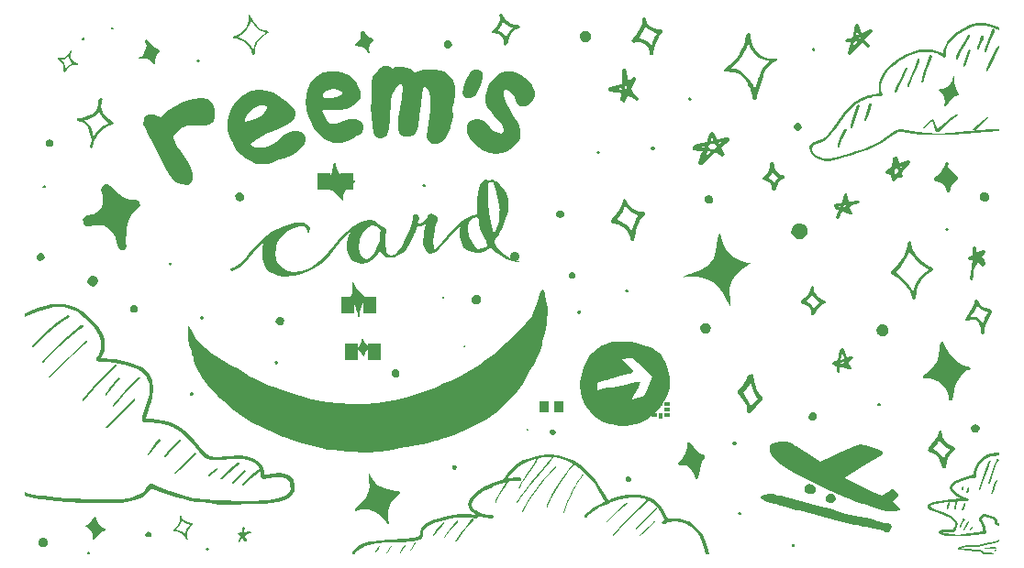
<source format=gts>
G04 Layer: TopSolderMaskLayer*
G04 EasyEDA v6.5.50, 2025-06-19 10:13:18*
G04 a84239dc67104c4f9253a13bb71c2901,cfac02f6325b4f3d8a51e7031594ce25,10*
G04 Gerber Generator version 0.2*
G04 Scale: 100 percent, Rotated: No, Reflected: No *
G04 Dimensions in millimeters *
G04 leading zeros omitted , absolute positions ,4 integer and 5 decimal *
%FSLAX45Y45*%
%MOMM*%

%AMMACRO1*4,1,8,-0.4211,-0.5008,-0.4508,-0.471,-0.4508,0.4711,-0.4211,0.5008,0.421,0.5008,0.4508,0.4711,0.4508,-0.471,0.421,-0.5008,-0.4211,-0.5008,0*%
%AMMACRO2*4,1,8,-0.5211,-0.7506,-0.5508,-0.7208,-0.5508,0.7208,-0.5211,0.7506,0.521,0.7506,0.5508,0.7208,0.5508,-0.7208,0.521,-0.7506,-0.5211,-0.7506,0*%
%AMMACRO3*4,1,8,-0.4243,-0.4828,-0.454,-0.453,-0.454,0.4531,-0.4243,0.4828,0.4243,0.4828,0.454,0.4531,0.454,-0.453,0.4243,-0.4828,-0.4243,-0.4828,0*%
%AMMACRO4*4,1,8,-0.1311,-0.2508,-0.1608,-0.221,-0.1608,0.2211,-0.1311,0.2508,0.131,0.2508,0.1608,0.2211,0.1608,-0.221,0.131,-0.2508,-0.1311,-0.2508,0*%
%AMMACRO5*4,1,8,-0.2211,-0.1608,-0.2508,-0.131,-0.2508,0.1311,-0.2211,0.1608,0.221,0.1608,0.2508,0.1311,0.2508,-0.131,0.221,-0.1608,-0.2211,-0.1608,0*%
%AMMACRO6*4,1,8,-0.2211,-0.1908,-0.2508,-0.161,-0.2508,0.1611,-0.2211,0.1908,0.221,0.1908,0.2508,0.1611,0.2508,-0.161,0.221,-0.1908,-0.2211,-0.1908,0*%
%AMMACRO7*4,1,8,-0.171,-0.4258,-0.2008,-0.3961,-0.2008,0.3961,-0.171,0.4258,0.171,0.4258,0.2008,0.3961,0.2008,-0.3961,0.171,-0.4258,-0.171,-0.4258,0*%
%ADD10MACRO1*%
%ADD11MACRO2*%
%ADD12MACRO3*%
%ADD13MACRO4*%
%ADD14MACRO5*%
%ADD15MACRO6*%
%ADD16C,0.9096*%
%ADD17MACRO7*%
%ADD18C,0.0119*%

%LPD*%
G36*
X5050028Y4965700D02*
G01*
X5039868Y4953762D01*
X5045608Y4931765D01*
X5049824Y4902555D01*
X5023815Y4849571D01*
X4979446Y4803444D01*
X5032603Y4803444D01*
X5032603Y4810912D01*
X5065064Y4858156D01*
X5075326Y4885791D01*
X5082641Y4885791D01*
X5110480Y4860290D01*
X5152186Y4837887D01*
X5164124Y4837887D01*
X5164124Y4833010D01*
X5132781Y4795926D01*
X5104536Y4742027D01*
X5098338Y4742027D01*
X5098338Y4752848D01*
X5065217Y4789474D01*
X5032603Y4803444D01*
X4979446Y4803444D01*
X4975098Y4798923D01*
X4975098Y4786426D01*
X4985359Y4780280D01*
X5033365Y4774742D01*
X5062524Y4751832D01*
X5081473Y4716068D01*
X5086248Y4680102D01*
X5093360Y4669028D01*
X5113020Y4673854D01*
X5123027Y4700625D01*
X5123027Y4713833D01*
X5143804Y4759502D01*
X5171541Y4799939D01*
X5194909Y4821224D01*
X5228894Y4829962D01*
X5239867Y4842764D01*
X5221020Y4857597D01*
X5190794Y4862271D01*
X5153812Y4871161D01*
X5116830Y4895088D01*
X5091125Y4921707D01*
X5069687Y4965700D01*
G37*
G36*
X2731465Y4958384D02*
G01*
X2731465Y4890058D01*
X2711246Y4847132D01*
X2679852Y4806492D01*
X2641193Y4773422D01*
X2589682Y4748022D01*
X2589682Y4742027D01*
X2632811Y4742027D01*
X2632811Y4748174D01*
X2662377Y4763668D01*
X2717038Y4820666D01*
X2747873Y4878222D01*
X2747873Y4892446D01*
X2752902Y4897374D01*
X2781757Y4855870D01*
X2815691Y4821174D01*
X2848559Y4799431D01*
X2883509Y4789627D01*
X2883509Y4782870D01*
X2861106Y4768596D01*
X2820771Y4732020D01*
X2790596Y4688078D01*
X2779776Y4652162D01*
X2769311Y4624171D01*
X2754274Y4656124D01*
X2729890Y4692091D01*
X2702458Y4716830D01*
X2682138Y4726025D01*
X2659532Y4734966D01*
X2645257Y4742027D01*
X2589682Y4742027D01*
X2589682Y4736134D01*
X2618435Y4730445D01*
X2643073Y4724958D01*
X2651302Y4719472D01*
X2687726Y4708296D01*
X2730449Y4667758D01*
X2753258Y4624171D01*
X2767787Y4584242D01*
X2780030Y4581804D01*
X2785668Y4599076D01*
X2792425Y4640173D01*
X2800045Y4668113D01*
X2818434Y4707128D01*
X2856788Y4747006D01*
X2910179Y4783683D01*
X2915920Y4791760D01*
X2902762Y4805934D01*
X2885440Y4805934D01*
X2843123Y4820970D01*
X2808528Y4847844D01*
X2771902Y4897678D01*
X2741726Y4955286D01*
G37*
G36*
X6373215Y4925771D02*
G01*
X6364325Y4903774D01*
X6359194Y4871821D01*
X6346342Y4831892D01*
X6314541Y4772660D01*
X6281415Y4735779D01*
X6335217Y4735779D01*
X6335217Y4740249D01*
X6349085Y4759502D01*
X6379057Y4815890D01*
X6384696Y4837887D01*
X6392570Y4837887D01*
X6435902Y4805883D01*
X6495897Y4777740D01*
X6480759Y4755997D01*
X6461658Y4712055D01*
X6454394Y4698187D01*
X6454089Y4684115D01*
X6443268Y4665116D01*
X6419443Y4695494D01*
X6372453Y4725111D01*
X6335217Y4735779D01*
X6281415Y4735779D01*
X6275628Y4729327D01*
X6264198Y4713782D01*
X6273800Y4693259D01*
X6308496Y4698695D01*
X6341922Y4699914D01*
X6396786Y4673650D01*
X6419799Y4640173D01*
X6429756Y4617821D01*
X6429756Y4591812D01*
X6439611Y4582261D01*
X6462064Y4582261D01*
X6467551Y4599076D01*
X6474460Y4640173D01*
X6482232Y4672126D01*
X6503060Y4726228D01*
X6525564Y4763973D01*
X6548881Y4790236D01*
X6548780Y4803902D01*
X6541617Y4814925D01*
X6499352Y4816856D01*
X6437477Y4846980D01*
X6401155Y4879797D01*
X6398158Y4913477D01*
X6387642Y4925771D01*
G37*
G36*
X9523882Y4877816D02*
G01*
X9447987Y4877104D01*
X9419183Y4869738D01*
X9386316Y4860544D01*
X9308236Y4821631D01*
X9238386Y4771136D01*
X9184995Y4715814D01*
X9162084Y4674514D01*
X9141815Y4620209D01*
X9141815Y4594250D01*
X9137192Y4594250D01*
X9092133Y4614265D01*
X9031020Y4630166D01*
X8931148Y4630166D01*
X8897315Y4621682D01*
X8868562Y4613656D01*
X8852103Y4607001D01*
X8802827Y4588967D01*
X8742273Y4557369D01*
X8716467Y4540300D01*
X8683650Y4516577D01*
X8615121Y4452416D01*
X8578443Y4405172D01*
X8561628Y4369308D01*
X8549487Y4324604D01*
X8546693Y4224782D01*
X8498738Y4219397D01*
X8461756Y4211828D01*
X8445296Y4206036D01*
X8428888Y4199839D01*
X8383676Y4181094D01*
X8330234Y4150207D01*
X8286089Y4117136D01*
X8234375Y4061002D01*
X8198358Y4013047D01*
X8113166Y3893261D01*
X8079892Y3853281D01*
X8050834Y3822598D01*
X8017967Y3800805D01*
X7989163Y3790594D01*
X7972755Y3784193D01*
X7944002Y3773881D01*
X7917484Y3757422D01*
X7907172Y3733495D01*
X7908239Y3688638D01*
X7929016Y3656634D01*
X7959191Y3632454D01*
X7993278Y3615690D01*
X8059064Y3599789D01*
X8086852Y3599637D01*
X8116570Y3606952D01*
X8161781Y3616401D01*
X8186420Y3623462D01*
X8235746Y3638550D01*
X8272729Y3648760D01*
X8326170Y3664508D01*
X8340394Y3671570D01*
X8351774Y3671570D01*
X8396020Y3688537D01*
X8430818Y3703523D01*
X8434832Y3703523D01*
X8490508Y3727856D01*
X8539835Y3752850D01*
X8568588Y3768394D01*
X8628888Y3807764D01*
X8680399Y3846576D01*
X8727186Y3872229D01*
X8765844Y3867505D01*
X8806942Y3859225D01*
X8856218Y3851554D01*
X8934297Y3841292D01*
X9213748Y3841292D01*
X9345218Y3851503D01*
X9435642Y3858971D01*
X9538360Y3867150D01*
X9645192Y3874668D01*
X9659569Y3880104D01*
X9659569Y3896258D01*
X9571228Y3891127D01*
X9476740Y3883660D01*
X9378086Y3875582D01*
X9271254Y3867353D01*
X9213748Y3863238D01*
X9086342Y3854856D01*
X8901430Y3867353D01*
X8848039Y3874871D01*
X8802827Y3882948D01*
X8761730Y3891279D01*
X8731707Y3896207D01*
X8692743Y3881729D01*
X8608872Y3821328D01*
X8568588Y3793693D01*
X8527186Y3769055D01*
X8439251Y3727500D01*
X8428482Y3727500D01*
X8420658Y3720744D01*
X8373414Y3703523D01*
X8330234Y3688486D01*
X8293252Y3678326D01*
X8231631Y3658615D01*
X8141208Y3635095D01*
X8091931Y3623157D01*
X8042605Y3626713D01*
X8009737Y3634232D01*
X7972348Y3650437D01*
X7940852Y3677259D01*
X7926171Y3710635D01*
X7936788Y3741470D01*
X7972755Y3758692D01*
X8022081Y3776776D01*
X8065617Y3804412D01*
X8109864Y3853281D01*
X8154060Y3913225D01*
X8248091Y4044391D01*
X8322056Y4117797D01*
X8385352Y4158843D01*
X8394039Y4158843D01*
X8408314Y4165854D01*
X8441182Y4179925D01*
X8467902Y4186834D01*
X8498738Y4195673D01*
X8575954Y4200804D01*
X8584387Y4213860D01*
X8566556Y4254195D01*
X8566556Y4294073D01*
X8575395Y4336592D01*
X8584692Y4368546D01*
X8606434Y4404868D01*
X8643670Y4452467D01*
X8687765Y4489399D01*
X8724392Y4519117D01*
X8757615Y4541215D01*
X8819896Y4573168D01*
X8880906Y4595063D01*
X8913774Y4602530D01*
X8975953Y4608880D01*
X9041130Y4602886D01*
X9075623Y4595368D01*
X9123324Y4573016D01*
X9145930Y4557725D01*
X9164421Y4560265D01*
X9164878Y4624171D01*
X9184995Y4674260D01*
X9222740Y4728057D01*
X9279483Y4774844D01*
X9324695Y4804765D01*
X9390126Y4838446D01*
X9435642Y4851450D01*
X9530029Y4854346D01*
X9567113Y4844948D01*
X9616440Y4828946D01*
X9659569Y4805324D01*
X9659569Y4832604D01*
X9616440Y4852974D01*
X9563049Y4869129D01*
G37*
G36*
X8332774Y4865827D02*
G01*
X8329675Y4859832D01*
X8320582Y4827879D01*
X8305205Y4761433D01*
X8336432Y4761433D01*
X8336432Y4777333D01*
X8341410Y4789932D01*
X8348929Y4789932D01*
X8357209Y4768850D01*
X8354923Y4766970D01*
X8336432Y4761433D01*
X8305205Y4761433D01*
X8301481Y4745329D01*
X8274782Y4734407D01*
X8356752Y4734407D01*
X8361578Y4742027D01*
X8372906Y4742027D01*
X8377986Y4734001D01*
X8372906Y4726025D01*
X8356752Y4734407D01*
X8274782Y4734407D01*
X8273796Y4734001D01*
X8256270Y4734001D01*
X8229549Y4718151D01*
X8229701Y4712055D01*
X8237423Y4700168D01*
X8288121Y4702606D01*
X8283803Y4680102D01*
X8279397Y4664252D01*
X8311743Y4664252D01*
X8311743Y4682490D01*
X8324291Y4706061D01*
X8340039Y4706061D01*
X8345678Y4697222D01*
X8311743Y4664252D01*
X8279397Y4664252D01*
X8267192Y4620209D01*
X8258759Y4593793D01*
X8263331Y4582261D01*
X8287105Y4582261D01*
X8287105Y4588814D01*
X8349538Y4660138D01*
X8383320Y4694072D01*
X8394547Y4694072D01*
X8441944Y4650130D01*
X8455304Y4650130D01*
X8463788Y4665573D01*
X8463788Y4670298D01*
X8414258Y4722114D01*
X8422589Y4736033D01*
X8484362Y4799482D01*
X8484362Y4808321D01*
X8474506Y4817922D01*
X8457641Y4817770D01*
X8391906Y4786071D01*
X8382355Y4785969D01*
X8360105Y4855870D01*
X8351824Y4865827D01*
G37*
G36*
X1461414Y4837887D02*
G01*
X1456690Y4825898D01*
X1461414Y4813909D01*
X1477264Y4813909D01*
X1482394Y4826914D01*
X1472996Y4837887D01*
G37*
G36*
X9597288Y4825898D02*
G01*
X9585604Y4821224D01*
X9585604Y4806289D01*
X9578441Y4787950D01*
X9568637Y4755997D01*
X9562084Y4739995D01*
X9553549Y4720031D01*
X9536887Y4676089D01*
X9527032Y4644136D01*
X9519869Y4625797D01*
X9519869Y4602226D01*
X9531908Y4602226D01*
X9540189Y4617262D01*
X9553295Y4656124D01*
X9564420Y4680102D01*
X9590684Y4744008D01*
X9610293Y4795926D01*
X9610293Y4821021D01*
G37*
G36*
X3768598Y4797958D02*
G01*
X3758742Y4788357D01*
X3758742Y4762449D01*
X3766972Y4757521D01*
X3766972Y4730292D01*
X3709415Y4672685D01*
X3709415Y4663084D01*
X3772814Y4657293D01*
X3791204Y4650486D01*
X3824478Y4621276D01*
X3824782Y4612182D01*
X3837127Y4596282D01*
X3844696Y4608118D01*
X3840124Y4625848D01*
X3850386Y4681728D01*
X3877919Y4707636D01*
X3877919Y4726025D01*
X3861460Y4742027D01*
X3844848Y4742027D01*
X3808069Y4777740D01*
X3808069Y4786528D01*
X3796334Y4797958D01*
G37*
G36*
X5859373Y4797958D02*
G01*
X5823610Y4797907D01*
X5798007Y4782718D01*
X5788710Y4756810D01*
X5788710Y4738471D01*
X5805170Y4711344D01*
X5826048Y4702048D01*
X5854090Y4702048D01*
X5873648Y4710734D01*
X5887313Y4733239D01*
X5887313Y4770780D01*
G37*
G36*
X7335520Y4781956D02*
G01*
X7319467Y4755997D01*
X7309459Y4720031D01*
X7309103Y4703368D01*
X7292238Y4653483D01*
X7271969Y4612182D01*
X7257694Y4588256D01*
X7231075Y4550867D01*
X7164730Y4486249D01*
X7129592Y4461002D01*
X7185914Y4461002D01*
X7259828Y4534509D01*
X7282129Y4568240D01*
X7296861Y4592218D01*
X7324547Y4648149D01*
X7334758Y4684115D01*
X7338161Y4695393D01*
X7345425Y4688078D01*
X7362190Y4641392D01*
X7387234Y4603445D01*
X7438542Y4555998D01*
X7502144Y4526330D01*
X7530998Y4526330D01*
X7530998Y4521708D01*
X7491171Y4476394D01*
X7465568Y4439462D01*
X7441539Y4388510D01*
X7431582Y4360570D01*
X7424724Y4344568D01*
X7420914Y4320641D01*
X7407097Y4268673D01*
X7403084Y4256735D01*
X7395768Y4269333D01*
X7382306Y4308652D01*
X7359599Y4332579D01*
X7332370Y4372559D01*
X7303516Y4404512D01*
X7262520Y4434890D01*
X7226757Y4450689D01*
X7189571Y4457446D01*
X7185914Y4461002D01*
X7129592Y4461002D01*
X7120331Y4454347D01*
X7112203Y4439564D01*
X7123175Y4424934D01*
X7216648Y4423918D01*
X7260894Y4401820D01*
X7301128Y4365244D01*
X7337856Y4315206D01*
X7337856Y4305452D01*
X7357364Y4264710D01*
X7367524Y4228744D01*
X7374839Y4210405D01*
X7374839Y4186529D01*
X7388148Y4166819D01*
X7412990Y4166819D01*
X7423912Y4180840D01*
X7424166Y4201617D01*
X7431481Y4224782D01*
X7441844Y4272686D01*
X7460386Y4336592D01*
X7477607Y4378807D01*
X7477607Y4404664D01*
X7508392Y4456430D01*
X7570063Y4516729D01*
X7604963Y4527600D01*
X7604963Y4550308D01*
X7533081Y4550460D01*
X7497775Y4558385D01*
X7459116Y4575810D01*
X7400950Y4632198D01*
X7378192Y4677765D01*
X7361885Y4739995D01*
X7357516Y4771948D01*
X7349185Y4781956D01*
G37*
G36*
X9364116Y4766513D02*
G01*
X9338818Y4717796D01*
X9307677Y4668113D01*
X9266986Y4588256D01*
X9256877Y4559706D01*
X9256877Y4542282D01*
X9273336Y4542282D01*
X9273336Y4550918D01*
X9307880Y4624171D01*
X9339072Y4674920D01*
X9339072Y4677257D01*
X9384588Y4747768D01*
X9382201Y4763973D01*
G37*
G36*
X9497263Y4761839D02*
G01*
X9488728Y4755997D01*
X9477806Y4720031D01*
X9461703Y4676089D01*
X9454692Y4663135D01*
X9449257Y4635093D01*
X9457486Y4630166D01*
X9468612Y4634280D01*
X9488271Y4684115D01*
X9508236Y4726940D01*
X9512858Y4754778D01*
X9501378Y4761839D01*
G37*
G36*
X1199845Y4745685D02*
G01*
X1185468Y4735474D01*
X1188567Y4720031D01*
X1213104Y4720031D01*
X1215644Y4737455D01*
G37*
G36*
X1789785Y4722063D02*
G01*
X1780184Y4721402D01*
X1769872Y4717389D01*
X1769872Y4702708D01*
X1786686Y4664608D01*
X1776984Y4624171D01*
X1757070Y4582414D01*
X1735886Y4566259D01*
X1721104Y4566259D01*
X1715719Y4549698D01*
X1721256Y4544314D01*
X1792478Y4543704D01*
X1823770Y4532528D01*
X1845157Y4494377D01*
X1858670Y4494377D01*
X1868525Y4503978D01*
X1868525Y4541062D01*
X1883359Y4584750D01*
X1911350Y4618634D01*
X1902866Y4631639D01*
X1845919Y4658461D01*
X1813052Y4699203D01*
G37*
G36*
X4552289Y4718050D02*
G01*
X4529226Y4698746D01*
X4529226Y4662982D01*
X4544720Y4646320D01*
X4570425Y4641646D01*
X4592980Y4649978D01*
X4606340Y4677257D01*
X4600803Y4698746D01*
X4579416Y4718050D01*
G37*
G36*
X9646615Y4666132D02*
G01*
X9645192Y4665980D01*
X9635744Y4660138D01*
X9613290Y4612182D01*
X9572396Y4528312D01*
X9536633Y4452416D01*
X9535363Y4440428D01*
X9536328Y4430471D01*
X9548926Y4430471D01*
X9576460Y4488383D01*
X9659569Y4650790D01*
X9659569Y4661255D01*
G37*
G36*
X7945729Y4646168D02*
G01*
X7935772Y4645507D01*
X7925511Y4641494D01*
X7925511Y4622444D01*
X7941360Y4614214D01*
X7954264Y4626762D01*
X7954264Y4630724D01*
G37*
G36*
X9376257Y4634179D02*
G01*
X9364624Y4612182D01*
X9322612Y4491024D01*
X9322612Y4470400D01*
X9334550Y4470400D01*
X9346742Y4496358D01*
X9359087Y4532325D01*
X9393326Y4622292D01*
X9388652Y4634179D01*
G37*
G36*
X1087882Y4622190D02*
G01*
X1068374Y4592218D01*
X1029614Y4557572D01*
X982980Y4559249D01*
X972718Y4558284D01*
X972718Y4543958D01*
X980988Y4536135D01*
X1005586Y4536135D01*
X1005586Y4542282D01*
X1031849Y4542282D01*
X1063091Y4563364D01*
X1063091Y4570272D01*
X1071321Y4570272D01*
X1071321Y4558182D01*
X1088136Y4523486D01*
X1104188Y4506671D01*
X1104188Y4500372D01*
X1058265Y4477054D01*
X1045718Y4458411D01*
X1038453Y4458411D01*
X1038453Y4481220D01*
X1028852Y4508347D01*
X1005586Y4536135D01*
X980988Y4536135D01*
X1010361Y4508347D01*
X1021994Y4486757D01*
X1021994Y4442815D01*
X1031544Y4422495D01*
X1038148Y4422495D01*
X1070457Y4468723D01*
X1106271Y4486198D01*
X1151382Y4488383D01*
X1153871Y4501235D01*
X1126794Y4511649D01*
X1100074Y4530750D01*
X1087729Y4553864D01*
X1087729Y4593742D01*
X1095959Y4598670D01*
X1095959Y4622190D01*
G37*
G36*
X9019844Y4586579D02*
G01*
X9011412Y4576267D01*
X9006992Y4556302D01*
X8976969Y4472432D01*
X8970213Y4456430D01*
X8953449Y4400499D01*
X8935059Y4329836D01*
X8946642Y4322673D01*
X8961018Y4339488D01*
X8961018Y4358182D01*
X8968384Y4376521D01*
X8978544Y4412488D01*
X8994444Y4460392D01*
X9001353Y4476394D01*
X9035592Y4561586D01*
X9032951Y4584192D01*
G37*
G36*
X8904935Y4546650D02*
G01*
X8894470Y4512360D01*
X8887053Y4498492D01*
X8887053Y4490618D01*
X8867241Y4448454D01*
X8841181Y4384548D01*
X8830208Y4360570D01*
X8813088Y4312107D01*
X8813088Y4286656D01*
X8829497Y4286656D01*
X8829497Y4306163D01*
X8837726Y4311091D01*
X8837726Y4330141D01*
X8845956Y4335068D01*
X8845956Y4346397D01*
X8870594Y4398721D01*
X8870594Y4402582D01*
X8903512Y4474311D01*
X8903512Y4478477D01*
X8921089Y4514900D01*
X8922004Y4544314D01*
G37*
G36*
X2260549Y4538319D02*
G01*
X2250643Y4528718D01*
X2250643Y4522927D01*
X2263546Y4510379D01*
X2279446Y4518609D01*
X2279446Y4533442D01*
X2266442Y4538319D01*
G37*
G36*
X3990898Y4481525D02*
G01*
X3970680Y4477613D01*
X3935628Y4454194D01*
X3914292Y4418787D01*
X3885946Y4401718D01*
X3874871Y4380534D01*
X3865879Y4316628D01*
X3865575Y4156862D01*
X3859428Y4088942D01*
X3860546Y4025036D01*
X3869944Y3929176D01*
X3877259Y3873246D01*
X3886301Y3844086D01*
X3912870Y3818585D01*
X3933393Y3810660D01*
X3960114Y3810558D01*
X3994658Y3828084D01*
X4005732Y3841292D01*
X4018940Y3869283D01*
X4026509Y3905199D01*
X4034536Y3985107D01*
X4041394Y4160875D01*
X4050029Y4208780D01*
X4055973Y4228287D01*
X4103268Y4289450D01*
X4129684Y4311040D01*
X4142740Y4308602D01*
X4149902Y4273245D01*
X4141063Y4180840D01*
X4125061Y4088942D01*
X4116628Y4026865D01*
X4111802Y4019245D01*
X4111802Y3890772D01*
X4122013Y3861308D01*
X4140860Y3835958D01*
X4166819Y3823360D01*
X4221480Y3823360D01*
X4259173Y3846576D01*
X4283354Y3881272D01*
X4289856Y3897223D01*
X4297527Y3929176D01*
X4304741Y4017060D01*
X4313783Y4068978D01*
X4321759Y4120896D01*
X4329480Y4216755D01*
X4334662Y4268673D01*
X4343654Y4286656D01*
X4361129Y4286656D01*
X4390288Y4256735D01*
X4399026Y4232757D01*
X4409033Y4183329D01*
X4403902Y4061002D01*
X4386935Y3945178D01*
X4379315Y3897223D01*
X4374845Y3817365D01*
X4393641Y3773830D01*
X4422343Y3757574D01*
X4472228Y3757422D01*
X4511548Y3777081D01*
X4553864Y3818280D01*
X4579620Y3869283D01*
X4589932Y3901236D01*
X4596079Y3917187D01*
X4604715Y3949141D01*
X4614519Y4017314D01*
X4605426Y4082948D01*
X4612589Y4100931D01*
X4622800Y4136898D01*
X4629912Y4162856D01*
X4638852Y4191355D01*
X4638700Y4288688D01*
X4620971Y4340199D01*
X4595825Y4376521D01*
X4570323Y4402937D01*
X4532071Y4426813D01*
X4504588Y4435043D01*
X4451146Y4446422D01*
X4348429Y4446371D01*
X4315561Y4438294D01*
X4260646Y4421327D01*
X4234230Y4442866D01*
X4196384Y4461205D01*
X4145889Y4471314D01*
X4085437Y4468215D01*
X4057345Y4454398D01*
X4036110Y4468266D01*
X4017264Y4478070D01*
G37*
G36*
X8794191Y4462424D02*
G01*
X8731402Y4336592D01*
X8711133Y4292650D01*
X8689797Y4241342D01*
X8689797Y4230217D01*
X8707577Y4232757D01*
X8741613Y4312615D01*
X8767165Y4364583D01*
X8808974Y4450638D01*
X8808974Y4462424D01*
G37*
G36*
X6188303Y4450435D02*
G01*
X6179870Y4440428D01*
X6173927Y4318457D01*
X6164681Y4312767D01*
X6123584Y4297934D01*
X6098946Y4291126D01*
X6069787Y4283862D01*
X6045504Y4272584D01*
X6045504Y4263644D01*
X6142075Y4263644D01*
X6142075Y4269486D01*
X6160566Y4278122D01*
X6167018Y4278680D01*
X6171946Y4266184D01*
X6164681Y4259326D01*
X6142075Y4263644D01*
X6045504Y4263644D01*
X6045504Y4254449D01*
X6199327Y4254449D01*
X6204813Y4294682D01*
X6215430Y4294682D01*
X6220510Y4272076D01*
X6212484Y4251502D01*
X6204305Y4246575D01*
X6199327Y4254449D01*
X6045504Y4254449D01*
X6045504Y4252823D01*
X6066078Y4243374D01*
X6127699Y4234942D01*
X6158230Y4229912D01*
X6166866Y4219803D01*
X6158484Y4162196D01*
X6163614Y4154068D01*
X6189218Y4143603D01*
X6204356Y4151477D01*
X6228130Y4202988D01*
X6259220Y4190390D01*
X6314490Y4156913D01*
X6328054Y4170172D01*
X6323126Y4189323D01*
X6303568Y4199534D01*
X6275527Y4236720D01*
X6259626Y4266336D01*
X6277711Y4300677D01*
X6306464Y4351223D01*
X6306464Y4361332D01*
X6291427Y4374540D01*
X6279591Y4374540D01*
X6250990Y4351731D01*
X6232499Y4346041D01*
X6225438Y4364583D01*
X6215278Y4432452D01*
X6208014Y4450435D01*
G37*
G36*
X4812690Y4446422D02*
G01*
X4782362Y4425492D01*
X4762855Y4396486D01*
X4737557Y4355287D01*
X4726838Y4324604D01*
X4720285Y4317034D01*
X4720285Y4299102D01*
X4713020Y4294733D01*
X4707128Y4264710D01*
X4706162Y4224782D01*
X4721402Y4194454D01*
X4744567Y4182821D01*
X4781702Y4182821D01*
X4812741Y4199585D01*
X4829860Y4214876D01*
X4867452Y4284675D01*
X4881372Y4324604D01*
X4892903Y4366920D01*
X4892700Y4412488D01*
X4878527Y4429709D01*
X4849723Y4446422D01*
G37*
G36*
X5167833Y4430471D02*
G01*
X5100421Y4430166D01*
X5041950Y4407763D01*
X4997145Y4372559D01*
X4962855Y4331817D01*
X4943246Y4288688D01*
X4929073Y4248708D01*
X4917541Y4206392D01*
X4917541Y4148175D01*
X4934864Y4096969D01*
X4971338Y4044086D01*
X4991506Y4025646D01*
X4991506Y4015740D01*
X4998516Y4013047D01*
X5062677Y3933190D01*
X5081930Y3891026D01*
X5081930Y3880510D01*
X5068976Y3855313D01*
X5058867Y3855313D01*
X4990744Y3881983D01*
X4956606Y3913530D01*
X4904892Y3970934D01*
X4878527Y3982110D01*
X4844694Y3991101D01*
X4820158Y3991101D01*
X4792218Y3981754D01*
X4763211Y3964178D01*
X4742891Y3925722D01*
X4743145Y3864457D01*
X4771694Y3809746D01*
X4852314Y3725468D01*
X4886706Y3698646D01*
X4927803Y3680206D01*
X4956606Y3672230D01*
X5018227Y3667810D01*
X5067554Y3674872D01*
X5097373Y3682492D01*
X5145633Y3705250D01*
X5226100Y3780942D01*
X5240121Y3809339D01*
X5239918Y3889705D01*
X5228945Y3925214D01*
X5214213Y3962349D01*
X5172456Y4021074D01*
X5147462Y4054652D01*
X5099354Y4148886D01*
X5089093Y4180840D01*
X5081930Y4199178D01*
X5081930Y4231132D01*
X5094478Y4254703D01*
X5110988Y4254703D01*
X5145278Y4237736D01*
X5187289Y4195216D01*
X5196586Y4164837D01*
X5201412Y4142232D01*
X5233365Y4108907D01*
X5289448Y4109212D01*
X5323382Y4126585D01*
X5356352Y4162958D01*
X5369560Y4202277D01*
X5369458Y4240733D01*
X5356910Y4275632D01*
X5343652Y4300677D01*
X5312918Y4340606D01*
X5277104Y4372813D01*
X5244236Y4396740D01*
X5190794Y4421428D01*
G37*
G36*
X3551224Y4430166D02*
G01*
X3469030Y4429455D01*
X3436162Y4421581D01*
X3419754Y4415942D01*
X3362909Y4388967D01*
X3303574Y4332020D01*
X3277108Y4278680D01*
X3269081Y4248708D01*
X3261664Y4208780D01*
X3260466Y4195013D01*
X3413556Y4195013D01*
X3413556Y4205579D01*
X3426307Y4230370D01*
X3452368Y4251706D01*
X3477260Y4261764D01*
X3501948Y4269841D01*
X3511804Y4270705D01*
X3555339Y4259478D01*
X3571798Y4253433D01*
X3594404Y4238193D01*
X3594404Y4220006D01*
X3579977Y4208424D01*
X3559454Y4199331D01*
X3530701Y4191304D01*
X3496868Y4182821D01*
X3437839Y4182821D01*
X3413556Y4195013D01*
X3260466Y4195013D01*
X3256229Y4146905D01*
X3265982Y4084980D01*
X3275025Y4041038D01*
X3294379Y3983024D01*
X3334613Y3905199D01*
X3384600Y3843782D01*
X3436162Y3802024D01*
X3487928Y3778504D01*
X3518357Y3770223D01*
X3583940Y3766769D01*
X3616960Y3776370D01*
X3662172Y3792169D01*
X3695039Y3807663D01*
X3732022Y3831437D01*
X3758082Y3847744D01*
X3778097Y3873246D01*
X3791610Y3898849D01*
X3791610Y3926230D01*
X3778859Y3955897D01*
X3756710Y3974846D01*
X3719982Y3991965D01*
X3653942Y3992118D01*
X3588207Y3962146D01*
X3544824Y3943146D01*
X3483305Y3943146D01*
X3445865Y3981094D01*
X3404514Y4063796D01*
X3414014Y4072991D01*
X3566515Y4071112D01*
X3634333Y4082592D01*
X3670401Y4096512D01*
X3699154Y4112361D01*
X3740607Y4146042D01*
X3760673Y4184040D01*
X3760368Y4244746D01*
X3741216Y4296664D01*
X3719931Y4332579D01*
X3658006Y4392523D01*
X3612896Y4413758D01*
X3596436Y4419346D01*
G37*
G36*
X9233763Y4386529D02*
G01*
X9222943Y4344568D01*
X9210446Y4320641D01*
X9191142Y4295902D01*
X9156192Y4279341D01*
X9128252Y4270705D01*
X9104579Y4270705D01*
X9099905Y4258868D01*
X9132824Y4222496D01*
X9148927Y4188815D01*
X9158528Y4148886D01*
X9150045Y4105859D01*
X9150045Y4102912D01*
X9165183Y4102912D01*
X9187637Y4143095D01*
X9233103Y4190796D01*
X9287713Y4215892D01*
X9291167Y4218787D01*
X9274251Y4236720D01*
X9257792Y4268673D01*
X9240469Y4325467D01*
X9240469Y4386529D01*
G37*
G36*
X2839821Y4262678D02*
G01*
X2811576Y4261612D01*
X2758135Y4251858D01*
X2721152Y4237380D01*
X2675991Y4209643D01*
X2601976Y4136288D01*
X2562098Y4067098D01*
X2543200Y4009085D01*
X2535716Y3966311D01*
X2698546Y3966311D01*
X2698546Y3982720D01*
X2707944Y4005072D01*
X2726944Y4045000D01*
X2766364Y4081729D01*
X2795117Y4100931D01*
X2827985Y4118559D01*
X2867304Y4118914D01*
X2895041Y4107637D01*
X2900121Y4091990D01*
X2892094Y4071416D01*
X2859481Y4025036D01*
X2803347Y3992575D01*
X2766364Y3977995D01*
X2733497Y3970426D01*
X2698546Y3966311D01*
X2535716Y3966311D01*
X2533396Y3953154D01*
X2537409Y3885234D01*
X2545384Y3849319D01*
X2559558Y3810203D01*
X2583535Y3764432D01*
X2583535Y3759860D01*
X2613761Y3709517D01*
X2663647Y3658565D01*
X2707386Y3625646D01*
X2737612Y3603650D01*
X2795117Y3576828D01*
X2827985Y3570122D01*
X2902000Y3570376D01*
X2939897Y3579266D01*
X3011170Y3612134D01*
X3058109Y3623970D01*
X3132074Y3659632D01*
X3160877Y3675481D01*
X3215030Y3712819D01*
X3247136Y3761384D01*
X3257296Y3789375D01*
X3257397Y3814368D01*
X3245713Y3841292D01*
X3218332Y3866946D01*
X3182416Y3879240D01*
X3136087Y3879240D01*
X3092602Y3863797D01*
X3062427Y3846474D01*
X3035401Y3825341D01*
X2981147Y3777386D01*
X2942336Y3749040D01*
X2906064Y3736695D01*
X2876753Y3727500D01*
X2792577Y3727500D01*
X2747873Y3748735D01*
X2747873Y3758437D01*
X2808427Y3799128D01*
X2844444Y3828440D01*
X2893771Y3850386D01*
X2998774Y3895242D01*
X3002584Y3895242D01*
X3089097Y3935577D01*
X3141522Y3983278D01*
X3158794Y4018991D01*
X3158794Y4055110D01*
X3141319Y4091178D01*
X3105048Y4130446D01*
X3012948Y4201617D01*
X2957626Y4233773D01*
X2889656Y4253941D01*
G37*
G36*
X6791909Y4187291D02*
G01*
X6782562Y4170324D01*
X6792366Y4158843D01*
X6806793Y4158843D01*
X6817563Y4171492D01*
X6808978Y4184802D01*
G37*
G36*
X1374394Y4182821D02*
G01*
X1361033Y4182364D01*
X1342542Y4164584D01*
X1342542Y4116781D01*
X1326235Y4073448D01*
X1295247Y4042511D01*
X1229512Y4010964D01*
X1181862Y3999077D01*
X1144778Y3999077D01*
X1146717Y3979265D01*
X1216660Y3979265D01*
X1220622Y3983126D01*
X1236472Y3983126D01*
X1307592Y4016756D01*
X1348689Y4058107D01*
X1352804Y4058920D01*
X1376324Y4009796D01*
X1434185Y3953814D01*
X1416862Y3941165D01*
X1378762Y3918102D01*
X1331417Y3875532D01*
X1300429Y3827475D01*
X1293215Y3831793D01*
X1293114Y3857294D01*
X1281633Y3894074D01*
X1263802Y3932123D01*
X1216660Y3979265D01*
X1146717Y3979265D01*
X1147318Y3973118D01*
X1180236Y3964990D01*
X1211224Y3950157D01*
X1244854Y3913225D01*
X1259586Y3881272D01*
X1267968Y3849319D01*
X1278077Y3791610D01*
X1263345Y3730853D01*
X1276959Y3717645D01*
X1290929Y3726230D01*
X1302613Y3773424D01*
X1322984Y3817365D01*
X1344066Y3849319D01*
X1385671Y3891940D01*
X1441704Y3927805D01*
X1468018Y3938524D01*
X1483512Y3955135D01*
X1468272Y3971493D01*
X1440891Y3984142D01*
X1395374Y4033012D01*
X1384503Y4056989D01*
X1378762Y4072991D01*
X1367180Y4115409D01*
X1375410Y4130344D01*
X1375410Y4150512D01*
X1384808Y4170578D01*
G37*
G36*
X2297938Y4182516D02*
G01*
X2265070Y4182008D01*
X2244496Y4175607D01*
X2209952Y4174845D01*
X2191054Y4167733D01*
X2129434Y4148886D01*
X2031898Y4100017D01*
X1967738Y4054652D01*
X1917395Y4002328D01*
X1857603Y4031030D01*
X1807108Y4031030D01*
X1771497Y4014266D01*
X1760728Y3990492D01*
X1759712Y3941165D01*
X1771243Y3913225D01*
X1810664Y3833317D01*
X1835556Y3793388D01*
X1859432Y3745433D01*
X1882851Y3693515D01*
X1961845Y3541725D01*
X1996389Y3478936D01*
X2015642Y3449878D01*
X2063699Y3404870D01*
X2104796Y3382822D01*
X2171090Y3381959D01*
X2200706Y3403854D01*
X2214168Y3429914D01*
X2214473Y3487115D01*
X2196744Y3537762D01*
X2172614Y3586124D01*
X2086102Y3713479D01*
X2080920Y3725468D01*
X2070709Y3737457D01*
X2032863Y3807002D01*
X2032965Y3825341D01*
X2067966Y3870604D01*
X2104796Y3901440D01*
X2141778Y3918356D01*
X2166416Y3926535D01*
X2203399Y3932580D01*
X2273249Y3932072D01*
X2329078Y3926230D01*
X2367788Y3936492D01*
X2392426Y3952798D01*
X2407564Y3969105D01*
X2419705Y3997096D01*
X2419197Y4071924D01*
X2409901Y4104944D01*
X2398064Y4131208D01*
X2372715Y4159250D01*
X2347214Y4172153D01*
G37*
G36*
X8455304Y4134865D02*
G01*
X8442299Y4088942D01*
X8435898Y4068978D01*
X8418118Y4009085D01*
X8410397Y3990695D01*
X8410397Y3967124D01*
X8426196Y3967124D01*
X8435594Y3997096D01*
X8442452Y4013047D01*
X8459114Y4056989D01*
X8467852Y4084980D01*
X8480044Y4122674D01*
X8475268Y4134865D01*
G37*
G36*
X8349183Y4122928D02*
G01*
X8336432Y4105148D01*
X8336432Y4091330D01*
X8329066Y4072991D01*
X8318855Y4037025D01*
X8304631Y3993083D01*
X8287105Y3928262D01*
X8287105Y3903218D01*
X8303209Y3903218D01*
X8312810Y3937152D01*
X8327085Y3981094D01*
X8345627Y4041038D01*
X8360511Y4080967D01*
X8370722Y4110380D01*
X8360054Y4122928D01*
G37*
G36*
X9273336Y4031030D02*
G01*
X9254845Y4030776D01*
X9192666Y3989120D01*
X9152077Y3957523D01*
X9083751Y3891127D01*
X9076080Y3895699D01*
X9076080Y3911092D01*
X9066530Y3949141D01*
X9056420Y3980942D01*
X9044482Y3988257D01*
X9023654Y3983177D01*
X8952788Y3915410D01*
X8952788Y3899204D01*
X8963609Y3899204D01*
X9032900Y3963162D01*
X9043212Y3963162D01*
X9043212Y3949750D01*
X9051086Y3925214D01*
X9061500Y3874566D01*
X9076385Y3866845D01*
X9094571Y3872382D01*
X9194088Y3965752D01*
X9273336Y4019448D01*
G37*
G36*
X9546437Y4007104D02*
G01*
X9513722Y3981500D01*
X9419183Y3901236D01*
X9413595Y3893616D01*
X9417608Y3887266D01*
X9432442Y3887266D01*
X9480854Y3930954D01*
X9556546Y3993083D01*
X9554819Y4004411D01*
G37*
G36*
X7798358Y3951173D02*
G01*
X7796072Y3951122D01*
X7767472Y3937152D01*
X7760106Y3911701D01*
X7775956Y3885285D01*
X7798104Y3877716D01*
X7820710Y3885387D01*
X7836560Y3914038D01*
X7825435Y3940149D01*
G37*
G36*
X8225028Y3895242D02*
G01*
X8208009Y3857294D01*
X8192414Y3823360D01*
X8183473Y3801364D01*
X8163814Y3749497D01*
X8163814Y3731971D01*
X8170367Y3728008D01*
X8178800Y3733495D01*
X8201507Y3789375D01*
X8214258Y3817365D01*
X8246008Y3882796D01*
X8246008Y3895242D01*
G37*
G36*
X7009688Y3867302D02*
G01*
X7007098Y3866794D01*
X6988809Y3859631D01*
X6973214Y3825341D01*
X6962495Y3789375D01*
X6960780Y3787394D01*
X6996836Y3787394D01*
X6996836Y3798976D01*
X7006234Y3819093D01*
X7012330Y3815435D01*
X7017816Y3794150D01*
X7007098Y3787495D01*
X6960780Y3787394D01*
X6952081Y3777284D01*
X6912935Y3766718D01*
X7065721Y3766718D01*
X7071258Y3775405D01*
X7091324Y3775405D01*
X7091324Y3769360D01*
X7073900Y3758793D01*
X7065721Y3766718D01*
X6912559Y3766616D01*
X6845096Y3746855D01*
X6824218Y3730904D01*
X6824218Y3728516D01*
X6905802Y3728516D01*
X6912559Y3734815D01*
X6939280Y3739438D01*
X6939280Y3732428D01*
X6927748Y3723132D01*
X6905802Y3728516D01*
X6824218Y3728516D01*
X6824218Y3722979D01*
X6972401Y3722979D01*
X6981240Y3747617D01*
X6996328Y3755440D01*
X7027621Y3762603D01*
X7033920Y3763416D01*
X7048093Y3734511D01*
X7019747Y3711498D01*
X7000646Y3711498D01*
X6972401Y3722979D01*
X6824218Y3722979D01*
X6824218Y3712464D01*
X6834479Y3704234D01*
X6883247Y3695496D01*
X6913270Y3695496D01*
X6917994Y3690924D01*
X6895819Y3649979D01*
X6951624Y3649979D01*
X6951624Y3659835D01*
X6963511Y3687521D01*
X6984492Y3687521D01*
X6984492Y3681171D01*
X6951624Y3649979D01*
X6895819Y3649979D01*
X6893763Y3646170D01*
X6897725Y3636213D01*
X6881774Y3593795D01*
X6881774Y3576929D01*
X6896760Y3563721D01*
X6911035Y3563721D01*
X7025944Y3671570D01*
X7045350Y3671570D01*
X7099909Y3642918D01*
X7120077Y3655771D01*
X7120077Y3661308D01*
X7087108Y3722928D01*
X7129627Y3757422D01*
X7169403Y3792474D01*
X7169403Y3811066D01*
X7153503Y3819347D01*
X7134453Y3819245D01*
X7068718Y3802634D01*
X7053376Y3801364D01*
X7046214Y3813352D01*
X7025436Y3859072D01*
G37*
G36*
X896670Y3799332D02*
G01*
X888441Y3798874D01*
X868680Y3791153D01*
X857910Y3777386D01*
X857656Y3752850D01*
X876655Y3735476D01*
X906932Y3735476D01*
X923391Y3751427D01*
X923391Y3783533D01*
G37*
G36*
X6455003Y3735476D02*
G01*
X6442049Y3722928D01*
X6442049Y3712057D01*
X6455410Y3699103D01*
X6471970Y3701491D01*
X6483045Y3717848D01*
X6470345Y3735476D01*
G37*
G36*
X5946597Y3691890D02*
G01*
X5940755Y3686200D01*
X5940755Y3671824D01*
X5955233Y3664305D01*
X5971387Y3675786D01*
X5962497Y3689553D01*
G37*
G36*
X8713165Y3639616D02*
G01*
X8700058Y3639312D01*
X8674354Y3628440D01*
X8670086Y3601669D01*
X8661691Y3554018D01*
X8693912Y3554018D01*
X8693912Y3570376D01*
X8699550Y3575812D01*
X8707932Y3567633D01*
X8693912Y3554018D01*
X8661691Y3554018D01*
X8660231Y3545738D01*
X8650732Y3535730D01*
X8742629Y3535730D01*
X8745321Y3549396D01*
X8765844Y3554933D01*
X8768283Y3555746D01*
X8753500Y3535984D01*
X8742629Y3535730D01*
X8650732Y3535730D01*
X8643162Y3527755D01*
X8635136Y3527755D01*
X8624329Y3519779D01*
X8686190Y3519779D01*
X8708288Y3531463D01*
X8713165Y3531768D01*
X8722664Y3511397D01*
X8722664Y3501796D01*
X8702700Y3477818D01*
X8690813Y3489807D01*
X8686190Y3519779D01*
X8624329Y3519779D01*
X8607602Y3507384D01*
X8607602Y3492804D01*
X8621064Y3481832D01*
X8654897Y3468878D01*
X8667750Y3422548D01*
X8685123Y3411321D01*
X8701379Y3419805D01*
X8719362Y3448100D01*
X8745677Y3443325D01*
X8765438Y3458870D01*
X8754516Y3491026D01*
X8766200Y3507232D01*
X8827109Y3572256D01*
X8838133Y3587546D01*
X8829294Y3603548D01*
X8810498Y3608120D01*
X8745270Y3580282D01*
X8734399Y3577691D01*
G37*
G36*
X7548270Y3591661D02*
G01*
X7539228Y3566515D01*
X7539024Y3545738D01*
X7519517Y3490163D01*
X7469992Y3445052D01*
X7522768Y3445052D01*
X7522768Y3447135D01*
X7552639Y3481832D01*
X7561072Y3499815D01*
X7567320Y3499815D01*
X7584795Y3472332D01*
X7614513Y3449167D01*
X7588554Y3412490D01*
X7588554Y3404920D01*
X7577074Y3395675D01*
X7560360Y3421989D01*
X7522768Y3445052D01*
X7469992Y3445052D01*
X7469378Y3444494D01*
X7469479Y3433927D01*
X7475524Y3425190D01*
X7515352Y3415639D01*
X7535468Y3402787D01*
X7555128Y3369970D01*
X7559141Y3335629D01*
X7568996Y3324047D01*
X7583982Y3324047D01*
X7596784Y3341827D01*
X7596784Y3356101D01*
X7604048Y3369970D01*
X7622641Y3411575D01*
X7644028Y3430625D01*
X7670749Y3440887D01*
X7670749Y3461004D01*
X7656322Y3471570D01*
X7637678Y3471824D01*
X7593888Y3513785D01*
X7581392Y3553714D01*
X7571028Y3591661D01*
G37*
G36*
X9162135Y3591661D02*
G01*
X9149080Y3549751D01*
X9124188Y3503676D01*
X9083294Y3463340D01*
X9051442Y3442817D01*
X9051442Y3425494D01*
X9061297Y3415944D01*
X9075826Y3415944D01*
X9120530Y3396030D01*
X9146692Y3374644D01*
X9165844Y3345179D01*
X9175038Y3312058D01*
X9198051Y3312058D01*
X9207550Y3332429D01*
X9207550Y3355797D01*
X9228124Y3399434D01*
X9273336Y3441852D01*
X9273336Y3454654D01*
X9224670Y3495801D01*
X9182557Y3549751D01*
X9187027Y3579063D01*
X9182049Y3591661D01*
G37*
G36*
X4977130Y3431336D02*
G01*
X4956606Y3423310D01*
X4913782Y3428441D01*
X4886299Y3415792D01*
X4872745Y3393541D01*
X4941468Y3393541D01*
X4953457Y3401923D01*
X4987391Y3403142D01*
X4987391Y3392068D01*
X5015077Y3310077D01*
X5024932Y3270148D01*
X5032248Y3242157D01*
X5041442Y3186277D01*
X5049062Y3142996D01*
X5049062Y3068828D01*
X5041849Y3050438D01*
X5031994Y3018485D01*
X4998821Y2936595D01*
X4993182Y2936595D01*
X4984242Y2962605D01*
X4975098Y3000502D01*
X4967528Y3034487D01*
X4950409Y3126841D01*
X4950409Y3158337D01*
X4941722Y3186277D01*
X4941468Y3393541D01*
X4872745Y3393541D01*
X4860848Y3373983D01*
X4852365Y3346043D01*
X4843983Y3314090D01*
X4837430Y3238195D01*
X4837836Y3104591D01*
X4792218Y3095244D01*
X4725416Y3063443D01*
X4677511Y3028645D01*
X4597908Y2953258D01*
X4516882Y2856077D01*
X4486402Y2817571D01*
X4448759Y2787599D01*
X4441342Y2794812D01*
X4434332Y2860141D01*
X4444390Y2962605D01*
X4452213Y2990545D01*
X4473752Y3051860D01*
X4473752Y3081223D01*
X4450384Y3102406D01*
X4411065Y3113532D01*
X4389526Y3106267D01*
X4381398Y3078429D01*
X4336084Y3034233D01*
X4300931Y3023158D01*
X4291533Y3032252D01*
X4301794Y3062427D01*
X4299102Y3098342D01*
X4276242Y3108960D01*
X4252976Y3103981D01*
X4243628Y3084017D01*
X4243628Y3055010D01*
X4235602Y3030474D01*
X4217670Y2970580D01*
X4181144Y2890672D01*
X4142079Y2810814D01*
X4103776Y2761538D01*
X4075277Y2737256D01*
X4043273Y2727960D01*
X4007408Y2739542D01*
X4000906Y2770835D01*
X3989832Y2840126D01*
X3992321Y2895346D01*
X4002125Y2960471D01*
X3998061Y2970682D01*
X3929278Y3017062D01*
X3894226Y3044088D01*
X3849115Y3057906D01*
X3794201Y3047288D01*
X3751986Y3030474D01*
X3697071Y2999181D01*
X3637534Y2950616D01*
X3588105Y2902661D01*
X3518357Y2819400D01*
X3466998Y2757576D01*
X3382772Y2674467D01*
X3342538Y2643022D01*
X3302203Y2613406D01*
X3247898Y2587396D01*
X3201924Y2581148D01*
X3141624Y2576017D01*
X3095091Y2585974D01*
X3052216Y2606649D01*
X2995777Y2663037D01*
X2986684Y2694990D01*
X2976930Y2744673D01*
X2981960Y2782824D01*
X2986532Y2810814D01*
X2996133Y2842768D01*
X3023768Y2896209D01*
X3078683Y2946603D01*
X3148533Y2980639D01*
X3206038Y3000502D01*
X3244646Y3000502D01*
X3267456Y2981452D01*
X3268979Y2942590D01*
X3269742Y2936036D01*
X3288233Y2938627D01*
X3293668Y2981807D01*
X3281324Y3007004D01*
X3241649Y3033268D01*
X3164941Y3029204D01*
X3123895Y3021228D01*
X3033877Y2991866D01*
X2979064Y2965551D01*
X2938983Y2943148D01*
X2856788Y2881020D01*
X2799080Y2822803D01*
X2729382Y2740050D01*
X2710840Y2714955D01*
X2648153Y2653080D01*
X2591968Y2617063D01*
X2583129Y2617063D01*
X2558338Y2604617D01*
X2560929Y2587142D01*
X2580792Y2584399D01*
X2643073Y2614676D01*
X2733497Y2702966D01*
X2770479Y2749550D01*
X2807462Y2794660D01*
X2876702Y2864662D01*
X2879394Y2862021D01*
X2866745Y2837383D01*
X2854706Y2792425D01*
X2854706Y2697327D01*
X2862072Y2678988D01*
X2872841Y2643022D01*
X2892653Y2607106D01*
X2926638Y2572766D01*
X2962706Y2553106D01*
X3000603Y2540101D01*
X3058109Y2529789D01*
X3144418Y2537206D01*
X3189630Y2546197D01*
X3238906Y2562148D01*
X3296462Y2588768D01*
X3333445Y2609900D01*
X3395065Y2654147D01*
X3479190Y2737205D01*
X3593337Y2874721D01*
X3658717Y2940608D01*
X3667607Y2940608D01*
X3652774Y2910636D01*
X3635451Y2845816D01*
X3635451Y2798826D01*
X3746296Y2798826D01*
X3753815Y2870708D01*
X3761536Y2898800D01*
X3776675Y2930601D01*
X3818331Y2979724D01*
X3862628Y3008528D01*
X3877665Y3008528D01*
X3921048Y2989529D01*
X3948429Y2961538D01*
X3939590Y2930601D01*
X3939438Y2862732D01*
X3926941Y2827782D01*
X3889400Y2752852D01*
X3852214Y2712618D01*
X3818077Y2689809D01*
X3785463Y2705049D01*
X3762654Y2730906D01*
X3751478Y2750870D01*
X3746296Y2798826D01*
X3635451Y2798826D01*
X3635451Y2787396D01*
X3643680Y2760878D01*
X3652469Y2730906D01*
X3669334Y2697530D01*
X3692702Y2675788D01*
X3736136Y2660243D01*
X3772509Y2652064D01*
X3824579Y2660446D01*
X3867658Y2680970D01*
X3888333Y2698953D01*
X3922420Y2739186D01*
X3936949Y2768854D01*
X3942689Y2768854D01*
X3976217Y2725674D01*
X4002481Y2712923D01*
X4073093Y2713075D01*
X4101846Y2722981D01*
X4148175Y2748940D01*
X4184040Y2789783D01*
X4217162Y2842768D01*
X4250588Y2910636D01*
X4261459Y2938627D01*
X4266793Y2946603D01*
X4277360Y2982569D01*
X4284573Y3000502D01*
X4318508Y3000502D01*
X4366920Y3025597D01*
X4366920Y3033826D01*
X4371086Y3029762D01*
X4353509Y2978556D01*
X4345381Y2938627D01*
X4341672Y2830779D01*
X4359808Y2777642D01*
X4390644Y2744876D01*
X4416298Y2744876D01*
X4455261Y2762402D01*
X4491583Y2790850D01*
X4574438Y2887929D01*
X4640173Y2965602D01*
X4683506Y3001670D01*
X4686198Y2999079D01*
X4753152Y2999079D01*
X4765751Y3034944D01*
X4790135Y3063697D01*
X4832858Y3084423D01*
X4836109Y3084423D01*
X4851552Y3066440D01*
X4851806Y3024886D01*
X4864862Y2978556D01*
X4871364Y2953156D01*
X4902657Y2890672D01*
X4925009Y2858363D01*
X4927803Y2814929D01*
X4884572Y2792272D01*
X4844745Y2789377D01*
X4811877Y2822803D01*
X4785461Y2861005D01*
X4765243Y2903931D01*
X4753203Y2970580D01*
X4753152Y2999079D01*
X4686198Y2999079D01*
X4688840Y2996488D01*
X4679188Y2956001D01*
X4679188Y2902661D01*
X4691024Y2847898D01*
X4712157Y2806801D01*
X4722368Y2794762D01*
X4748631Y2773730D01*
X4792218Y2761691D01*
X4842002Y2752902D01*
X4866944Y2752902D01*
X4913731Y2768549D01*
X4940147Y2786126D01*
X4963058Y2806598D01*
X4994656Y2770835D01*
X5061254Y2722930D01*
X5110988Y2693670D01*
X5170271Y2673959D01*
X5209438Y2665018D01*
X5239461Y2665018D01*
X5233873Y2670403D01*
X5178501Y2689453D01*
X5146192Y2697327D01*
X5094528Y2731262D01*
X5024628Y2796540D01*
X5000802Y2842768D01*
X4995113Y2860700D01*
X5025237Y2908198D01*
X5040833Y2921863D01*
X5040833Y2928772D01*
X5078374Y2988868D01*
X5085384Y3026511D01*
X5123942Y3134309D01*
X5124297Y3246170D01*
X5105501Y3298088D01*
X5090312Y3327400D01*
X5050078Y3379063D01*
X5024018Y3415944D01*
X5009794Y3415944D01*
X4993589Y3426815D01*
G37*
G36*
X4339132Y3387953D02*
G01*
X4329226Y3376371D01*
X4334611Y3360013D01*
X4353560Y3360013D01*
X4363364Y3371494D01*
X4354322Y3387953D01*
G37*
G36*
X1429207Y3383991D02*
G01*
X1410309Y3383584D01*
X1381861Y3369970D01*
X1369872Y3339236D01*
X1384503Y3282035D01*
X1380134Y3210204D01*
X1372768Y3173526D01*
X1356715Y3146298D01*
X1295247Y3106115D01*
X1231442Y3096463D01*
X1212392Y3084372D01*
X1201115Y3063849D01*
X1202436Y3031032D01*
X1211783Y3009087D01*
X1239926Y2996082D01*
X1317548Y3004515D01*
X1390243Y3004515D01*
X1434998Y2982874D01*
X1471980Y2946603D01*
X1498092Y2894685D01*
X1510385Y2846730D01*
X1528114Y2798826D01*
X1549552Y2776829D01*
X1579016Y2776829D01*
X1596644Y2788869D01*
X1606296Y2817266D01*
X1596593Y2840126D01*
X1600809Y2970580D01*
X1608582Y3014522D01*
X1626616Y3067812D01*
X1655470Y3114344D01*
X1676298Y3141014D01*
X1717548Y3169767D01*
X1728724Y3195777D01*
X1713230Y3230880D01*
X1689760Y3239516D01*
X1648663Y3244443D01*
X1607566Y3250946D01*
X1570583Y3265424D01*
X1533601Y3291535D01*
X1451406Y3372764D01*
G37*
G36*
X838098Y3375964D02*
G01*
X827278Y3363315D01*
X835914Y3350006D01*
X855471Y3350006D01*
X858316Y3364382D01*
X848410Y3375964D01*
G37*
G36*
X2664815Y3312058D02*
G01*
X2634894Y3311550D01*
X2617317Y3303270D01*
X2606294Y3283204D01*
X2607106Y3251758D01*
X2625902Y3232302D01*
X2652674Y3227425D01*
X2668981Y3232454D01*
X2690368Y3253232D01*
X2690368Y3288893D01*
G37*
G36*
X9531807Y3312058D02*
G01*
X9505492Y3311550D01*
X9487966Y3303270D01*
X9476892Y3283204D01*
X9477756Y3251911D01*
X9493148Y3235096D01*
X9520478Y3223869D01*
X9538360Y3229102D01*
X9560864Y3249574D01*
X9565843Y3275329D01*
X9552330Y3302965D01*
G37*
G36*
X8239048Y3307689D02*
G01*
X8221370Y3295650D01*
X8221370Y3282696D01*
X8213547Y3258159D01*
X8204856Y3224225D01*
X8237778Y3224225D01*
X8237778Y3220212D01*
X8233664Y3220212D01*
X8233664Y3224225D01*
X8204856Y3224225D01*
X8203742Y3219907D01*
X8189518Y3212490D01*
X8153552Y3207105D01*
X8132013Y3196539D01*
X8128675Y3184245D01*
X8187994Y3184245D01*
X8192719Y3176828D01*
X8188485Y3174288D01*
X8218220Y3174288D01*
X8225180Y3192272D01*
X8241893Y3192272D01*
X8241893Y3184448D01*
X8221116Y3171190D01*
X8218220Y3174288D01*
X8188485Y3174288D01*
X8185099Y3172256D01*
X8172043Y3177133D01*
X8172043Y3184245D01*
X8128675Y3184245D01*
X8127796Y3180943D01*
X8137144Y3162909D01*
X8158863Y3152292D01*
X8258352Y3152292D01*
X8258352Y3140049D01*
X8241893Y3148584D01*
X8241893Y3152292D01*
X8158863Y3152292D01*
X8171688Y3145993D01*
X8176717Y3141116D01*
X8150859Y3080715D01*
X8156295Y3063951D01*
X8174075Y3066440D01*
X8189874Y3098393D01*
X8200034Y3126333D01*
X8214207Y3129127D01*
X8231631Y3121406D01*
X8272729Y3104642D01*
X8289188Y3103473D01*
X8298535Y3104388D01*
X8303158Y3116072D01*
X8278469Y3169005D01*
X8287664Y3179724D01*
X8322056Y3197352D01*
X8363102Y3211626D01*
X8371281Y3224225D01*
X8362086Y3238195D01*
X8342579Y3237026D01*
X8289188Y3223818D01*
X8264499Y3226206D01*
X8262569Y3258159D01*
X8253628Y3300120D01*
G37*
G36*
X6976516Y3288131D02*
G01*
X6974230Y3287776D01*
X6948576Y3276955D01*
X6935165Y3258362D01*
X6935165Y3232302D01*
X6958330Y3207156D01*
X6993026Y3207156D01*
X7012838Y3225190D01*
X7017918Y3247796D01*
X7003592Y3277108D01*
G37*
G36*
X6195822Y3252266D02*
G01*
X6174994Y3207969D01*
X6174994Y3203702D01*
X6148781Y3150311D01*
X6109817Y3094380D01*
X6085789Y3070148D01*
X6078716Y3057296D01*
X6129782Y3057296D01*
X6129782Y3063951D01*
X6137656Y3068675D01*
X6181648Y3134309D01*
X6204000Y3181045D01*
X6268161Y3121456D01*
X6322923Y3095294D01*
X6322720Y3086404D01*
X6306667Y3066440D01*
X6306464Y3060649D01*
X6283350Y3010509D01*
X6272784Y2974543D01*
X6262878Y2951480D01*
X6234531Y2994355D01*
X6210300Y3016910D01*
X6164681Y3043783D01*
X6129782Y3057296D01*
X6078716Y3057296D01*
X6076340Y3052978D01*
X6076340Y3032302D01*
X6094831Y3025394D01*
X6140043Y3015488D01*
X6185255Y2991916D01*
X6216700Y2962605D01*
X6248958Y2898089D01*
X6248958Y2885084D01*
X6258407Y2864866D01*
X6273292Y2860294D01*
X6288278Y2868117D01*
X6298641Y2938627D01*
X6305753Y2962605D01*
X6319977Y3006496D01*
X6336080Y3042462D01*
X6348831Y3069183D01*
X6388658Y3111500D01*
X6388658Y3123387D01*
X6375044Y3134309D01*
X6324650Y3134309D01*
X6276949Y3162300D01*
X6229858Y3208223D01*
X6211366Y3244189D01*
G37*
G36*
X5593283Y3144316D02*
G01*
X5575350Y3132124D01*
X5570372Y3106267D01*
X5578754Y3084779D01*
X5604459Y3071876D01*
X5629554Y3080359D01*
X5640527Y3094380D01*
X5640781Y3128010D01*
X5622798Y3144316D01*
G37*
G36*
X7830769Y3024479D02*
G01*
X7791958Y3023971D01*
X7757871Y3007360D01*
X7739735Y2972003D01*
X7735570Y2942031D01*
X7756956Y2901035D01*
X7792669Y2880715D01*
X7831937Y2880715D01*
X7863738Y2898089D01*
X7885734Y2930398D01*
X7885277Y2975965D01*
X7867142Y3007309D01*
G37*
G36*
X9168130Y2984550D02*
G01*
X9158274Y2974949D01*
X9158274Y2962503D01*
X9174124Y2952851D01*
X9192158Y2967075D01*
X9180931Y2984550D01*
G37*
G36*
X7072122Y2928874D02*
G01*
X7057847Y2886710D01*
X7050379Y2818790D01*
X7042353Y2766872D01*
X7034834Y2738932D01*
X7020052Y2702966D01*
X6987082Y2655316D01*
X6950659Y2620873D01*
X6896150Y2589377D01*
X6826300Y2564231D01*
X6807657Y2560218D01*
X6803186Y2553157D01*
X6789623Y2553157D01*
X6742023Y2535224D01*
X6742023Y2524658D01*
X6760514Y2530348D01*
X6871462Y2530195D01*
X6937248Y2512974D01*
X6961886Y2503982D01*
X7011212Y2481275D01*
X7067194Y2440330D01*
X7108647Y2383434D01*
X7143089Y2315514D01*
X7156196Y2283561D01*
X7171334Y2249627D01*
X7178751Y2249627D01*
X7173468Y2299563D01*
X7168184Y2412796D01*
X7178548Y2451303D01*
X7195261Y2499106D01*
X7211314Y2527198D01*
X7243521Y2568092D01*
X7291984Y2609088D01*
X7355890Y2647594D01*
X7359091Y2657043D01*
X7339584Y2657043D01*
X7260488Y2681071D01*
X7212533Y2705557D01*
X7187895Y2723845D01*
X7144054Y2766872D01*
X7115505Y2816402D01*
X7098385Y2862732D01*
X7080961Y2925978D01*
G37*
G36*
X8830056Y2859836D02*
G01*
X8813088Y2848305D01*
X8813088Y2813964D01*
X8804046Y2786837D01*
X8791752Y2758897D01*
X8770975Y2718917D01*
X8724747Y2651556D01*
X8656929Y2582113D01*
X8656929Y2576525D01*
X8695994Y2576525D01*
X8746388Y2627071D01*
X8804198Y2711297D01*
X8825890Y2757373D01*
X8835593Y2754223D01*
X8874099Y2698953D01*
X8934297Y2644648D01*
X8987739Y2611069D01*
X9003690Y2602534D01*
X9005773Y2595118D01*
X8959494Y2563164D01*
X8935415Y2539187D01*
X8908288Y2507234D01*
X8887866Y2467305D01*
X8870899Y2415387D01*
X8866327Y2393391D01*
X8860180Y2393391D01*
X8843924Y2423363D01*
X8827465Y2447340D01*
X8803233Y2479294D01*
X8732977Y2547467D01*
X8695994Y2576525D01*
X8656929Y2576525D01*
X8656929Y2566009D01*
X8675420Y2549499D01*
X8741156Y2502662D01*
X8776055Y2469946D01*
X8803132Y2435352D01*
X8830970Y2395931D01*
X8854186Y2349347D01*
X8854186Y2334717D01*
X8871102Y2319832D01*
X8885021Y2328367D01*
X8895740Y2399385D01*
X8904579Y2439314D01*
X8931757Y2495245D01*
X8972245Y2539238D01*
X9024162Y2575153D01*
X9043212Y2594305D01*
X9043212Y2607716D01*
X9024162Y2625090D01*
X9015476Y2625090D01*
X8953398Y2664460D01*
X8884412Y2730906D01*
X8850833Y2796286D01*
X8845042Y2856026D01*
G37*
G36*
X9422892Y2808782D02*
G01*
X9413036Y2799232D01*
X9413036Y2741574D01*
X9408312Y2729636D01*
X9372447Y2719324D01*
X9361881Y2700121D01*
X9380677Y2685288D01*
X9406077Y2690215D01*
X9393123Y2555189D01*
X9387433Y2510993D01*
X9399676Y2501087D01*
X9411411Y2505506D01*
X9421266Y2541320D01*
X9421317Y2591104D01*
X9458452Y2665831D01*
X9499600Y2624531D01*
X9512858Y2627071D01*
X9529775Y2649118D01*
X9519462Y2686964D01*
X9494316Y2717546D01*
X9518548Y2746908D01*
X9528098Y2764332D01*
X9528098Y2768295D01*
X9515195Y2780842D01*
X9500565Y2780842D01*
X9464395Y2757017D01*
X9450882Y2756865D01*
X9445904Y2769514D01*
X9445904Y2793339D01*
X9437420Y2808782D01*
G37*
G36*
X795375Y2752902D02*
G01*
X771347Y2729534D01*
X771347Y2700324D01*
X796391Y2675991D01*
X826820Y2680716D01*
X846175Y2702407D01*
X841705Y2734919D01*
X820216Y2752902D01*
G37*
G36*
X2016455Y2661005D02*
G01*
X2002078Y2660396D01*
X1991766Y2656382D01*
X1991766Y2641346D01*
X2007666Y2633065D01*
X2021027Y2646070D01*
X2016455Y2657652D01*
G37*
G36*
X5701995Y2577134D02*
G01*
X5681878Y2556002D01*
X5681878Y2532837D01*
X5702046Y2513228D01*
X5729325Y2513228D01*
X5747613Y2525674D01*
X5747613Y2560828D01*
X5729630Y2577134D01*
G37*
G36*
X1302512Y2537206D02*
G01*
X1282954Y2536698D01*
X1263192Y2529027D01*
X1243939Y2507234D01*
X1243888Y2476754D01*
X1253439Y2459329D01*
X1269644Y2445512D01*
X1298244Y2440279D01*
X1326591Y2453436D01*
X1342694Y2488742D01*
X1329385Y2521051D01*
G37*
G36*
X7931658Y2443937D02*
G01*
X7918246Y2440940D01*
X7908594Y2403398D01*
X7891678Y2369820D01*
X7863128Y2337358D01*
X7826857Y2313127D01*
X7826857Y2303068D01*
X7880299Y2303068D01*
X7880299Y2309215D01*
X7925511Y2358440D01*
X7925511Y2365451D01*
X7933690Y2365451D01*
X7933690Y2356713D01*
X7951012Y2333091D01*
X7998307Y2294839D01*
X7945170Y2241600D01*
X7939887Y2241854D01*
X7917637Y2277465D01*
X7880299Y2303068D01*
X7826857Y2303068D01*
X7826857Y2286203D01*
X7870037Y2272334D01*
X7900263Y2252929D01*
X7917281Y2217724D01*
X7917281Y2187295D01*
X7927136Y2177694D01*
X7941665Y2177694D01*
X7986318Y2243632D01*
X8014970Y2272233D01*
X8043519Y2285390D01*
X8053578Y2297176D01*
X8048244Y2313533D01*
X8034375Y2313584D01*
X7993278Y2336698D01*
X7967370Y2363419D01*
X7949387Y2394966D01*
X7944866Y2437688D01*
G37*
G36*
X5436311Y2417368D02*
G01*
X5427726Y2407310D01*
X5413908Y2371445D01*
X5407304Y2331516D01*
X5399633Y2303424D01*
X5379821Y2259584D01*
X5362295Y2219655D01*
X5343550Y2171750D01*
X5285333Y2096109D01*
X5194147Y1999996D01*
X5034686Y1852015D01*
X4988153Y1814271D01*
X4913528Y1760321D01*
X4860696Y1722526D01*
X4775758Y1667408D01*
X4681270Y1612138D01*
X4610150Y1578559D01*
X4606086Y1578559D01*
X4535576Y1546606D01*
X4530750Y1546606D01*
X4455261Y1511300D01*
X4352137Y1471422D01*
X4229252Y1430223D01*
X4175861Y1414475D01*
X4138828Y1406448D01*
X4110075Y1399641D01*
X4064863Y1390243D01*
X4011472Y1382217D01*
X3966260Y1374952D01*
X3908755Y1366875D01*
X3797808Y1356918D01*
X3674516Y1357122D01*
X3456736Y1371193D01*
X3407410Y1379220D01*
X3366312Y1386382D01*
X3316986Y1395425D01*
X3288233Y1402435D01*
X3201924Y1427988D01*
X3041700Y1479245D01*
X2955391Y1513941D01*
X2918409Y1527403D01*
X2881426Y1539595D01*
X2778709Y1590446D01*
X2737612Y1612544D01*
X2704744Y1631797D01*
X2626664Y1681124D01*
X2569108Y1711350D01*
X2556154Y1722374D01*
X2550312Y1722374D01*
X2528011Y1737614D01*
X2394864Y1817674D01*
X2331313Y1868170D01*
X2287066Y1907793D01*
X2242058Y1965960D01*
X2212136Y2015947D01*
X2182418Y2071319D01*
X2172563Y2074519D01*
X2172563Y1972564D01*
X2181606Y1900123D01*
X2200808Y1844192D01*
X2206498Y1816252D01*
X2221128Y1784299D01*
X2225446Y1764334D01*
X2234234Y1734362D01*
X2241346Y1707337D01*
X2264410Y1660448D01*
X2274417Y1648460D01*
X2309063Y1584553D01*
X2320544Y1571955D01*
X2320544Y1566113D01*
X2347214Y1532737D01*
X2445867Y1428851D01*
X2470505Y1408836D01*
X2532126Y1352346D01*
X2598420Y1296974D01*
X2633472Y1272997D01*
X2657348Y1254455D01*
X2758948Y1188466D01*
X2975965Y1084275D01*
X3046425Y1051356D01*
X3055823Y1051356D01*
X3099206Y1032103D01*
X3173171Y1006754D01*
X3230727Y990650D01*
X3296462Y975055D01*
X3333445Y967790D01*
X3397148Y951484D01*
X3460851Y934821D01*
X3497834Y927353D01*
X3588207Y919784D01*
X3641648Y915720D01*
X3833469Y906678D01*
X3929278Y915720D01*
X4007358Y923950D01*
X4060799Y932281D01*
X4126534Y946708D01*
X4170273Y955497D01*
X4195419Y955497D01*
X4225137Y962914D01*
X4270349Y970991D01*
X4331970Y980033D01*
X4368952Y988314D01*
X4395520Y999744D01*
X4459274Y1019403D01*
X4473244Y1019403D01*
X4478375Y1027379D01*
X4494428Y1027379D01*
X4508703Y1034592D01*
X4545685Y1043940D01*
X4623765Y1068171D01*
X4681270Y1094435D01*
X4722368Y1112215D01*
X4870297Y1182776D01*
X4920284Y1210056D01*
X5005882Y1266088D01*
X5109210Y1364945D01*
X5135930Y1400860D01*
X5207254Y1473962D01*
X5238089Y1510030D01*
X5238089Y1517700D01*
X5250230Y1527505D01*
X5296306Y1612544D01*
X5321909Y1656486D01*
X5366156Y1722628D01*
X5409133Y1812239D01*
X5418734Y1844192D01*
X5435295Y1895449D01*
X5435295Y1914194D01*
X5442661Y1928063D01*
X5467451Y2007971D01*
X5475935Y2047900D01*
X5485028Y2103882D01*
X5486806Y2239213D01*
X5481320Y2283561D01*
X5472176Y2315514D01*
X5463946Y2371445D01*
X5459120Y2400757D01*
X5443220Y2417368D01*
G37*
G36*
X6212941Y2413355D02*
G01*
X6203035Y2401773D01*
X6208420Y2385415D01*
X6227368Y2385415D01*
X6237173Y2396896D01*
X6228080Y2413355D01*
G37*
G36*
X4811420Y2361438D02*
G01*
X4790186Y2336850D01*
X4790186Y2304897D01*
X4814163Y2281580D01*
X4848301Y2281580D01*
X4872329Y2304897D01*
X4872329Y2336850D01*
X4851095Y2361438D01*
G37*
G36*
X4514850Y2349449D02*
G01*
X4514850Y2334361D01*
X4526381Y2330043D01*
X4531258Y2334818D01*
X4531258Y2349449D01*
G37*
G36*
X9442958Y2316480D02*
G01*
X9429445Y2309114D01*
X9429445Y2289911D01*
X9420199Y2267610D01*
X9402826Y2231644D01*
X9358558Y2166721D01*
X9396984Y2166721D01*
X9428124Y2211679D01*
X9450984Y2257602D01*
X9458756Y2257602D01*
X9479432Y2233726D01*
X9531299Y2209647D01*
X9542881Y2209647D01*
X9551619Y2201164D01*
X9523831Y2147062D01*
X9508185Y2103831D01*
X9503308Y2103831D01*
X9472371Y2143658D01*
X9439757Y2161590D01*
X9402064Y2161743D01*
X9396984Y2166721D01*
X9358558Y2166721D01*
X9349333Y2153208D01*
X9337395Y2134514D01*
X9348317Y2121814D01*
X9379661Y2121814D01*
X9384741Y2129790D01*
X9431528Y2129739D01*
X9458909Y2113534D01*
X9487001Y2054402D01*
X9487255Y2015947D01*
X9498177Y2001977D01*
X9510014Y2001977D01*
X9519869Y2011578D01*
X9519869Y2051304D01*
X9529216Y2079853D01*
X9543288Y2115820D01*
X9585604Y2199995D01*
X9585604Y2216251D01*
X9567113Y2232253D01*
X9530130Y2242667D01*
X9505492Y2253081D01*
X9480397Y2279548D01*
X9457690Y2312720D01*
G37*
G36*
X1031341Y2281580D02*
G01*
X925423Y2280767D01*
X900785Y2274316D01*
X855573Y2264867D01*
X806297Y2248712D01*
X719988Y2217216D01*
X687120Y2202992D01*
X660400Y2191766D01*
X660400Y2157730D01*
X664210Y2157730D01*
X743356Y2193696D01*
X750874Y2193696D01*
X785723Y2209190D01*
X872744Y2237130D01*
X928014Y2249627D01*
X1029817Y2249627D01*
X1075893Y2237943D01*
X1143254Y2206853D01*
X1217218Y2152497D01*
X1265326Y2111857D01*
X1306728Y2061311D01*
X1326083Y2033574D01*
X1326083Y2030272D01*
X1350568Y1989937D01*
X1367180Y1940712D01*
X1367180Y1870913D01*
X1347165Y1813407D01*
X1327404Y1784299D01*
X1321968Y1762912D01*
X1334871Y1750364D01*
X1352804Y1746707D01*
X1422654Y1742490D01*
X1496618Y1735023D01*
X1529486Y1730044D01*
X1574698Y1721205D01*
X1636318Y1705610D01*
X1661007Y1695297D01*
X1709115Y1674164D01*
X1757070Y1642516D01*
X1792681Y1596542D01*
X1801825Y1576578D01*
X1813052Y1540611D01*
X1812696Y1440383D01*
X1801723Y1392834D01*
X1773326Y1312976D01*
X1766620Y1288999D01*
X1744827Y1233068D01*
X1743913Y1199489D01*
X1754479Y1187145D01*
X1813052Y1186992D01*
X1911654Y1175359D01*
X1948637Y1166672D01*
X1973275Y1162202D01*
X1981504Y1156614D01*
X2018487Y1145743D01*
X2026716Y1140053D01*
X2067814Y1118057D01*
X2119884Y1082090D01*
X2202332Y1001826D01*
X2268728Y917549D01*
X2331974Y856589D01*
X2380081Y834186D01*
X2499258Y835304D01*
X2543556Y843635D01*
X2683611Y843635D01*
X2708859Y836371D01*
X2747924Y827684D01*
X2783941Y811225D01*
X2815996Y784555D01*
X2832100Y754938D01*
X2811729Y741781D01*
X2749956Y690270D01*
X2673908Y618439D01*
X2673908Y603961D01*
X2679344Y603961D01*
X2725318Y645922D01*
X2786024Y697839D01*
X2803347Y709371D01*
X2807462Y714095D01*
X2831033Y731672D01*
X2838297Y727354D01*
X2838297Y684580D01*
X2863545Y663905D01*
X2910179Y668477D01*
X2970377Y675894D01*
X3043377Y675894D01*
X3066338Y666750D01*
X3092602Y655726D01*
X3108299Y633933D01*
X3113938Y601980D01*
X3117240Y574040D01*
X3108147Y543864D01*
X3071926Y511403D01*
X3029356Y493166D01*
X2955391Y476453D01*
X2902000Y468376D01*
X2737612Y459333D01*
X2408885Y463905D01*
X2339035Y471525D01*
X2223973Y486816D01*
X2166416Y500938D01*
X2133549Y509219D01*
X2108911Y515924D01*
X1997964Y552602D01*
X1973275Y559206D01*
X1932178Y573074D01*
X1891131Y589584D01*
X1841804Y621131D01*
X1815338Y620776D01*
X1804822Y609955D01*
X1785010Y574040D01*
X1769110Y551738D01*
X1726539Y521208D01*
X1692198Y504190D01*
X1656892Y492963D01*
X1615795Y484530D01*
X1562354Y476402D01*
X1315821Y471474D01*
X1048715Y480618D01*
X962406Y487578D01*
X835050Y504088D01*
X789838Y511251D01*
X740511Y520852D01*
X707644Y527507D01*
X678891Y534822D01*
X660400Y540613D01*
X660400Y509066D01*
X683006Y500989D01*
X732332Y491540D01*
X761085Y484733D01*
X806297Y476351D01*
X835050Y472846D01*
X896670Y463753D01*
X966520Y455828D01*
X1052830Y447954D01*
X1213104Y441147D01*
X1554175Y443585D01*
X1640433Y456133D01*
X1673301Y463651D01*
X1702104Y471017D01*
X1745030Y491337D01*
X1793748Y526084D01*
X1823618Y566013D01*
X1830171Y576376D01*
X1891131Y549148D01*
X2059584Y495249D01*
X2117090Y480720D01*
X2199284Y461009D01*
X2244496Y452577D01*
X2293823Y444703D01*
X2363673Y436524D01*
X2458161Y427532D01*
X2865018Y431596D01*
X2943047Y439826D01*
X2988259Y447700D01*
X3037586Y460298D01*
X3095498Y484784D01*
X3138119Y524052D01*
X3150565Y553059D01*
X3150565Y611835D01*
X3140608Y649935D01*
X3117240Y683971D01*
X3099206Y695350D01*
X3062224Y707136D01*
X3017012Y716534D01*
X2889656Y703986D01*
X2873197Y701852D01*
X2871012Y729792D01*
X2862681Y765759D01*
X2845054Y799998D01*
X2823718Y821690D01*
X2781554Y847953D01*
X2734564Y864006D01*
X2659837Y876503D01*
X2528011Y872185D01*
X2433523Y863193D01*
X2375509Y868121D01*
X2320391Y908303D01*
X2275941Y961491D01*
X2233726Y1013409D01*
X2159863Y1091082D01*
X2080107Y1149299D01*
X2008835Y1183843D01*
X1981504Y1190447D01*
X1936292Y1202182D01*
X1882902Y1210767D01*
X1828546Y1219098D01*
X1783588Y1219098D01*
X1779066Y1223518D01*
X1794764Y1269034D01*
X1803298Y1296974D01*
X1809902Y1312976D01*
X1828495Y1368907D01*
X1843176Y1420825D01*
X1848002Y1484731D01*
X1849831Y1496720D01*
X1843024Y1568602D01*
X1837334Y1576578D01*
X1826260Y1608531D01*
X1803450Y1640941D01*
X1749247Y1690217D01*
X1677416Y1723085D01*
X1661007Y1729841D01*
X1611680Y1745335D01*
X1562354Y1754987D01*
X1545945Y1758797D01*
X1496618Y1766468D01*
X1370888Y1779473D01*
X1376426Y1792274D01*
X1396898Y1844192D01*
X1403858Y1883308D01*
X1399895Y1947418D01*
X1388516Y1979980D01*
X1373936Y2015947D01*
X1333703Y2079498D01*
X1299667Y2119782D01*
X1266494Y2152192D01*
X1196644Y2208682D01*
X1139139Y2244598D01*
X1093927Y2264460D01*
X1065174Y2273046D01*
G37*
G36*
X1665122Y2269388D02*
G01*
X1647139Y2262022D01*
X1638401Y2246122D01*
X1638401Y2219045D01*
X1657400Y2201672D01*
X1686255Y2201672D01*
X1705762Y2221890D01*
X1705762Y2249779D01*
X1689709Y2265375D01*
G37*
G36*
X5769813Y2221636D02*
G01*
X5759958Y2212086D01*
X5759958Y2198928D01*
X5776468Y2184400D01*
X5796940Y2195017D01*
X5796940Y2216810D01*
X5783935Y2221636D01*
G37*
G36*
X1064361Y2177694D02*
G01*
X1013764Y2145893D01*
X958291Y2104390D01*
X898652Y2057298D01*
X826820Y1991969D01*
X737920Y1904136D01*
X730808Y1891690D01*
X738327Y1880158D01*
X835152Y1976018D01*
X941882Y2068372D01*
X1011732Y2120696D01*
X1077468Y2163013D01*
X1080719Y2165553D01*
X1070305Y2177694D01*
G37*
G36*
X2293366Y2166061D02*
G01*
X2278176Y2149754D01*
X2293366Y2133447D01*
X2309418Y2135784D01*
X2318410Y2149754D01*
X2309418Y2163724D01*
G37*
G36*
X3026765Y2157730D02*
G01*
X3012948Y2157628D01*
X2992374Y2147671D01*
X2977540Y2118258D01*
X2990291Y2094331D01*
X3008579Y2081834D01*
X3034334Y2081834D01*
X3055721Y2101138D01*
X3061309Y2122627D01*
X3047898Y2149957D01*
G37*
G36*
X6933133Y2097786D02*
G01*
X6906920Y2082292D01*
X6898843Y2053894D01*
X6906920Y2025497D01*
X6933133Y2010003D01*
X6960362Y2009952D01*
X6978142Y2019198D01*
X6989165Y2029917D01*
X6996175Y2053742D01*
X6988098Y2082292D01*
X6961886Y2097786D01*
G37*
G36*
X8587994Y2089861D02*
G01*
X8564473Y2089657D01*
X8533993Y2072487D01*
X8520684Y2040128D01*
X8525814Y2007971D01*
X8535873Y1995017D01*
X8564473Y1978050D01*
X8587486Y1977999D01*
X8610752Y1989683D01*
X8632291Y2014575D01*
X8632291Y2044954D01*
X8620658Y2072030D01*
G37*
G36*
X1202791Y2081834D02*
G01*
X1184300Y2081631D01*
X1118565Y2028901D01*
X1011834Y1936038D01*
X958850Y1888134D01*
X925423Y1855622D01*
X863803Y1792122D01*
X824788Y1750923D01*
X824788Y1738325D01*
X839165Y1738833D01*
X870762Y1776272D01*
X982980Y1887220D01*
X1061059Y1953514D01*
X1159662Y2037994D01*
X1202436Y2067864D01*
G37*
G36*
X1235964Y1938070D02*
G01*
X1229512Y1937766D01*
X1172006Y1888185D01*
X1066241Y1788261D01*
X903478Y1628495D01*
X885850Y1606600D01*
X890981Y1598574D01*
X897991Y1598574D01*
X945997Y1647901D01*
X1114450Y1812696D01*
X1217218Y1904949D01*
X1241196Y1924812D01*
G37*
G36*
X6103061Y1932736D02*
G01*
X6082538Y1929892D01*
X6037326Y1916734D01*
X5992977Y1897735D01*
X5955131Y1872894D01*
X5901690Y1827580D01*
X5879693Y1813712D01*
X5826455Y1712366D01*
X5808116Y1660448D01*
X5800598Y1628495D01*
X5788964Y1556613D01*
X5788710Y1498803D01*
X5791384Y1487170D01*
X5944870Y1487170D01*
X5944870Y1550466D01*
X5967476Y1555292D01*
X6012637Y1571244D01*
X6026912Y1578559D01*
X6041847Y1578559D01*
X6049619Y1585163D01*
X6086602Y1595475D01*
X6107176Y1601978D01*
X6168796Y1619097D01*
X6201664Y1627073D01*
X6226911Y1634489D01*
X6251956Y1634489D01*
X6273647Y1651101D01*
X6281420Y1665173D01*
X6222238Y1725371D01*
X6174689Y1766468D01*
X6185255Y1769465D01*
X6226352Y1777187D01*
X6267399Y1777949D01*
X6320180Y1732381D01*
X6458508Y1609547D01*
X6458508Y1605889D01*
X6420662Y1520647D01*
X6413296Y1502714D01*
X6405473Y1484731D01*
X6380886Y1430731D01*
X6366052Y1426057D01*
X6349593Y1419606D01*
X6324955Y1411478D01*
X6269380Y1397609D01*
X6265214Y1401622D01*
X6287973Y1442059D01*
X6328918Y1507845D01*
X6340297Y1536649D01*
X6341414Y1560626D01*
X6304432Y1559255D01*
X6263335Y1551889D01*
X6214008Y1534210D01*
X6086602Y1510690D01*
X6049619Y1503426D01*
X6000343Y1494840D01*
X5952388Y1482648D01*
X5944870Y1487170D01*
X5791384Y1487170D01*
X5796584Y1464716D01*
X5806135Y1416812D01*
X5821578Y1382928D01*
X5821578Y1374089D01*
X5846064Y1330706D01*
X5878017Y1284986D01*
X5934557Y1230579D01*
X5987999Y1196492D01*
X6032246Y1179169D01*
X6047079Y1179169D01*
X6051600Y1172057D01*
X6078423Y1168044D01*
X6152388Y1155344D01*
X6220663Y1155192D01*
X6255105Y1162558D01*
X6304432Y1171803D01*
X6333185Y1180287D01*
X6349593Y1186129D01*
X6405372Y1213104D01*
X6449415Y1245057D01*
X6497523Y1287729D01*
X6533083Y1328928D01*
X6577685Y1394764D01*
X6577685Y1398625D01*
X6599478Y1444752D01*
X6607048Y1472742D01*
X6615684Y1508658D01*
X6619494Y1592580D01*
X6609283Y1648460D01*
X6602323Y1656080D01*
X6602323Y1675892D01*
X6584696Y1724355D01*
X6551980Y1784299D01*
X6528562Y1817370D01*
X6492494Y1848205D01*
X6456426Y1867306D01*
X6435902Y1877263D01*
X6407150Y1889963D01*
X6329070Y1914143D01*
X6300317Y1921560D01*
X6263335Y1929638D01*
G37*
G36*
X9121038Y1930095D02*
G01*
X9116415Y1916074D01*
X9108846Y1900123D01*
X9105442Y1852168D01*
X9097467Y1812239D01*
X9084208Y1764334D01*
X9077045Y1748332D01*
X9057589Y1708404D01*
X9000032Y1651762D01*
X8952788Y1621383D01*
X8952788Y1604162D01*
X8962644Y1594561D01*
X9016492Y1594459D01*
X9049359Y1584553D01*
X9102801Y1554835D01*
X9132163Y1528673D01*
X9162592Y1489862D01*
X9180068Y1452778D01*
X9187789Y1424787D01*
X9193174Y1388872D01*
X9219641Y1386382D01*
X9236608Y1472742D01*
X9243466Y1500682D01*
X9261449Y1544624D01*
X9282531Y1584553D01*
X9323781Y1638960D01*
X9360814Y1666443D01*
X9379153Y1666443D01*
X9389008Y1677974D01*
X9386316Y1696313D01*
X9369907Y1698701D01*
X9327388Y1710943D01*
X9279940Y1738680D01*
X9235186Y1775866D01*
X9192463Y1826209D01*
X9150705Y1908098D01*
X9142018Y1930095D01*
G37*
G36*
X4716678Y1898142D02*
G01*
X4711598Y1890115D01*
X4716678Y1882139D01*
X4728514Y1882139D01*
X4728514Y1898142D01*
G37*
G36*
X8197291Y1870151D02*
G01*
X8184388Y1857603D01*
X8171535Y1792274D01*
X8163935Y1765300D01*
X8192617Y1765300D01*
X8197189Y1792274D01*
X8206130Y1826666D01*
X8212328Y1820214D01*
X8225485Y1782013D01*
X8225485Y1770329D01*
X8218271Y1770329D01*
X8192617Y1765300D01*
X8163935Y1765300D01*
X8161731Y1757527D01*
X8125510Y1745589D01*
X8113928Y1734362D01*
X8115940Y1724355D01*
X8190534Y1724355D01*
X8190534Y1735632D01*
X8223402Y1744980D01*
X8226856Y1742287D01*
X8207298Y1722018D01*
X8190534Y1724355D01*
X8115940Y1724355D01*
X8116570Y1721205D01*
X8128914Y1715058D01*
X8130742Y1714398D01*
X8250123Y1714398D01*
X8250123Y1706372D01*
X8246516Y1706372D01*
X8241436Y1714398D01*
X8130742Y1714398D01*
X8155635Y1705406D01*
X8155635Y1650746D01*
X8170011Y1643583D01*
X8180273Y1647139D01*
X8180273Y1694688D01*
X8191906Y1699006D01*
X8265464Y1674418D01*
X8286242Y1674418D01*
X8290661Y1685645D01*
X8285683Y1704390D01*
X8270646Y1730603D01*
X8270646Y1740712D01*
X8311743Y1778406D01*
X8311642Y1784299D01*
X8304275Y1795576D01*
X8274710Y1794510D01*
X8258860Y1786280D01*
X8251088Y1786280D01*
X8228482Y1853793D01*
X8212836Y1870151D01*
G37*
G36*
X2973832Y1754835D02*
G01*
X2969107Y1742795D01*
X2971850Y1729232D01*
X2986125Y1720494D01*
X3004616Y1738477D01*
X2995676Y1752346D01*
G37*
G36*
X1500225Y1722678D02*
G01*
X1397914Y1624533D01*
X1344523Y1568602D01*
X1290472Y1508658D01*
X1242314Y1452778D01*
X1237691Y1448765D01*
X1194612Y1393799D01*
X1194612Y1387348D01*
X1201166Y1383385D01*
X1209090Y1388872D01*
X1245971Y1432712D01*
X1266494Y1456385D01*
X1299768Y1492707D01*
X1322882Y1520647D01*
X1422654Y1623771D01*
X1432458Y1637182D01*
X1515414Y1707946D01*
X1512976Y1720291D01*
G37*
G36*
X4071975Y1674418D02*
G01*
X4052570Y1659178D01*
X4052570Y1621840D01*
X4075633Y1602536D01*
X4099356Y1602536D01*
X4121708Y1621231D01*
X4121708Y1659432D01*
X4101846Y1674266D01*
G37*
G36*
X7377938Y1630527D02*
G01*
X7360462Y1629918D01*
X7347153Y1624533D01*
X7325563Y1599387D01*
X7325563Y1587906D01*
X7297115Y1531061D01*
X7243368Y1480769D01*
X7243368Y1467002D01*
X7291222Y1467002D01*
X7324394Y1500682D01*
X7348829Y1536649D01*
X7354316Y1551279D01*
X7364577Y1547977D01*
X7366762Y1528673D01*
X7375804Y1496720D01*
X7392822Y1452778D01*
X7412837Y1420825D01*
X7428484Y1404112D01*
X7393127Y1368907D01*
X7368692Y1337411D01*
X7363002Y1329182D01*
X7358075Y1333957D01*
X7338974Y1385062D01*
X7321499Y1416812D01*
X7300925Y1448765D01*
X7291222Y1467002D01*
X7243368Y1467002D01*
X7243368Y1454759D01*
X7270750Y1424787D01*
X7295642Y1388872D01*
X7323226Y1337157D01*
X7326020Y1284986D01*
X7335164Y1267002D01*
X7356805Y1267002D01*
X7381900Y1293012D01*
X7408976Y1332941D01*
X7473492Y1397863D01*
X7473492Y1410360D01*
X7433106Y1455216D01*
X7420051Y1482699D01*
X7408468Y1508658D01*
X7394956Y1568602D01*
X7388250Y1618437D01*
G37*
G36*
X1539290Y1602536D02*
G01*
X1525371Y1602232D01*
X1483664Y1552600D01*
X1443177Y1497025D01*
X1434998Y1483410D01*
X1408277Y1446377D01*
X1408277Y1435252D01*
X1416253Y1430477D01*
X1428800Y1444752D01*
X1491996Y1532636D01*
X1543862Y1595323D01*
G37*
G36*
X1717700Y1602536D02*
G01*
X1652778Y1547723D01*
X1582775Y1472742D01*
X1541424Y1424787D01*
X1484274Y1353464D01*
X1474317Y1336903D01*
X1474012Y1330960D01*
X1489354Y1330960D01*
X1533398Y1388872D01*
X1613865Y1481937D01*
X1728774Y1590040D01*
X1728774Y1602536D01*
G37*
G36*
X2194153Y1462735D02*
G01*
X2184247Y1451152D01*
X2189581Y1434795D01*
X2208580Y1434795D01*
X2218385Y1446276D01*
X2209292Y1462735D01*
G37*
G36*
X1668373Y1402842D02*
G01*
X1608632Y1340916D01*
X1411224Y1147368D01*
X1421587Y1135227D01*
X1424990Y1135227D01*
X1684680Y1386332D01*
X1679498Y1399489D01*
X1679498Y1402842D01*
G37*
G36*
X8543544Y1362913D02*
G01*
X8533638Y1353312D01*
X8533638Y1339088D01*
X8553754Y1334160D01*
X8562441Y1339392D01*
X8562441Y1353312D01*
X8552586Y1362913D01*
G37*
G36*
X7918196Y1275029D02*
G01*
X7900314Y1260957D01*
X7895894Y1228699D01*
X7917992Y1203147D01*
X7945577Y1203147D01*
X7968640Y1222400D01*
X7967827Y1260398D01*
X7949234Y1275029D01*
G37*
G36*
X9431528Y1171143D02*
G01*
X9406229Y1156157D01*
X9395663Y1131366D01*
X9401048Y1110589D01*
X9422434Y1091285D01*
X9452051Y1091539D01*
X9465005Y1101242D01*
X9479534Y1122934D01*
X9474149Y1146556D01*
X9459620Y1162862D01*
X9437166Y1171143D01*
G37*
G36*
X5296966Y1127252D02*
G01*
X5291480Y1121918D01*
X5291480Y1107236D01*
X5307431Y1107236D01*
X5312765Y1115618D01*
X5302808Y1127252D01*
G37*
G36*
X5546242Y1119225D02*
G01*
X5531866Y1118311D01*
X5518302Y1114806D01*
X5508599Y1091996D01*
X5517997Y1074928D01*
X5538063Y1067511D01*
X5557875Y1076299D01*
X5562600Y1093266D01*
X5562701Y1103274D01*
G37*
G36*
X9102750Y1107592D02*
G01*
X9092539Y1097686D01*
X9092539Y1079754D01*
X9084310Y1074826D01*
X9084310Y1059637D01*
X9062415Y1021384D01*
X9031325Y981456D01*
X9002115Y949604D01*
X9000232Y939901D01*
X9043517Y939901D01*
X9086342Y994765D01*
X9100362Y1019403D01*
X9107424Y1019403D01*
X9120835Y992073D01*
X9171025Y951484D01*
X9195257Y939292D01*
X9195257Y934669D01*
X9160306Y896874D01*
X9145117Y855624D01*
X9138005Y855624D01*
X9128404Y873099D01*
X9091218Y911758D01*
X9043517Y939901D01*
X9000232Y939901D01*
X8996883Y922375D01*
X9016492Y907745D01*
X9029598Y907542D01*
X9078112Y876655D01*
X9100210Y853643D01*
X9116263Y817067D01*
X9126728Y769721D01*
X9134602Y759764D01*
X9153855Y759764D01*
X9161475Y773734D01*
X9171482Y821690D01*
X9183471Y857605D01*
X9195765Y883919D01*
X9220454Y911250D01*
X9248648Y928166D01*
X9248648Y950518D01*
X9237421Y959612D01*
X9189059Y983132D01*
X9146794Y1022400D01*
X9134500Y1049324D01*
X9128201Y1065326D01*
X9123324Y1105255D01*
G37*
G36*
X1907032Y1030528D02*
G01*
X1893519Y1023162D01*
X1845157Y965453D01*
X1794560Y892251D01*
X1794560Y878992D01*
X1805889Y881583D01*
X1874062Y969467D01*
X1917801Y1015847D01*
X1917801Y1026515D01*
G37*
G36*
X2090369Y1023366D02*
G01*
X2017877Y953465D01*
X1977389Y906018D01*
X1951126Y870203D01*
X1955292Y863600D01*
X1965807Y863600D01*
X2019604Y929538D01*
X2106828Y1011885D01*
X2106828Y1023366D01*
G37*
G36*
X7635087Y1011377D02*
G01*
X7631430Y1007821D01*
X7565948Y994816D01*
X7547711Y983437D01*
X7538008Y965809D01*
X7539329Y921512D01*
X7548270Y897585D01*
X7557363Y877569D01*
X7584287Y844448D01*
X7644028Y799795D01*
X7689240Y765708D01*
X7763205Y721055D01*
X7824825Y687832D01*
X7915198Y639978D01*
X8079587Y560882D01*
X8124799Y541020D01*
X8219287Y496722D01*
X8243976Y490982D01*
X8280958Y475386D01*
X8297367Y469239D01*
X8317941Y460959D01*
X8387791Y435457D01*
X8404199Y429056D01*
X8433003Y419455D01*
X8449411Y412597D01*
X8531606Y387299D01*
X8548065Y381203D01*
X8585047Y371754D01*
X8610244Y364337D01*
X8695029Y364337D01*
X8728862Y373735D01*
X8739124Y381304D01*
X8739124Y391363D01*
X8704173Y427177D01*
X8673388Y449173D01*
X8673388Y454558D01*
X8722664Y503834D01*
X8722664Y519023D01*
X8678875Y564032D01*
X8660079Y564032D01*
X8634120Y541883D01*
X8568588Y508863D01*
X8490508Y543255D01*
X8469985Y548894D01*
X8437067Y566978D01*
X8383676Y595071D01*
X8252206Y661212D01*
X8233765Y669899D01*
X8236254Y677316D01*
X8251850Y685850D01*
X8396020Y778916D01*
X8495690Y838962D01*
X8552129Y868578D01*
X8582964Y888644D01*
X8582964Y914196D01*
X8527491Y939037D01*
X8453526Y962355D01*
X8416544Y971956D01*
X8381187Y983183D01*
X8342579Y970483D01*
X8186420Y902563D01*
X8112455Y870813D01*
X8025587Y828192D01*
X8005622Y823518D01*
X7956803Y853643D01*
X7785658Y963472D01*
X7779461Y963472D01*
X7749031Y987856D01*
X7695539Y1011377D01*
G37*
G36*
X7222540Y1007414D02*
G01*
X7204354Y1006754D01*
X7194042Y1002741D01*
X7194042Y980287D01*
X7207046Y975461D01*
X7222540Y975461D01*
X7231329Y991412D01*
G37*
G36*
X6789318Y1003147D02*
G01*
X6774891Y995019D01*
X6774891Y944727D01*
X6759702Y899921D01*
X6732371Y856081D01*
X6700316Y821994D01*
X6691884Y806704D01*
X6709409Y789736D01*
X6765340Y789686D01*
X6793382Y768705D01*
X6822846Y740714D01*
X6837832Y710031D01*
X6852056Y670712D01*
X6865213Y663549D01*
X6881774Y672185D01*
X6882434Y685850D01*
X6885533Y701852D01*
X6893661Y753770D01*
X6901078Y789736D01*
X6915759Y825652D01*
X6939280Y855167D01*
X6939280Y866952D01*
X6934301Y879602D01*
X6898335Y895045D01*
X6860540Y925525D01*
X6813956Y993444D01*
X6801612Y1003147D01*
G37*
G36*
X2237333Y907542D02*
G01*
X2232152Y906830D01*
X2036673Y715568D01*
X2041601Y707847D01*
X2050491Y707847D01*
X2092452Y745490D01*
X2205990Y849630D01*
X2247341Y895807D01*
G37*
G36*
X9659569Y903528D02*
G01*
X9620554Y902411D01*
X9579457Y896366D01*
X9548266Y888339D01*
X9503918Y867257D01*
X9463481Y824230D01*
X9438995Y773734D01*
X9430410Y749757D01*
X9421469Y717804D01*
X9419132Y701852D01*
X9386316Y692708D01*
X9307271Y668274D01*
X9252204Y643788D01*
X9216390Y617982D01*
X9202318Y588264D01*
X9206839Y555752D01*
X9228937Y527608D01*
X9267139Y500227D01*
X9289745Y490220D01*
X9289745Y485546D01*
X9226042Y476097D01*
X9195866Y476148D01*
X9156192Y468579D01*
X9094571Y459028D01*
X9049359Y447395D01*
X9028836Y442976D01*
X8998153Y424230D01*
X8993225Y405028D01*
X9007500Y383794D01*
X9053576Y361188D01*
X9135668Y331876D01*
X9196120Y304190D01*
X9232849Y279654D01*
X9248648Y254508D01*
X9248648Y228142D01*
X9236252Y204774D01*
X9220454Y196596D01*
X9133179Y196596D01*
X9109202Y184505D01*
X9099905Y167640D01*
X9110065Y149148D01*
X9131554Y140919D01*
X9168536Y132232D01*
X9365792Y135839D01*
X9419183Y145186D01*
X9521952Y149352D01*
X9533229Y158445D01*
X9528149Y217271D01*
X9494672Y285750D01*
X9499447Y304292D01*
X9519259Y316941D01*
X9554819Y305206D01*
X9588652Y296418D01*
X9610293Y279857D01*
X9610293Y257149D01*
X9615424Y244144D01*
X9646920Y228498D01*
X9659569Y228498D01*
X9659569Y252475D01*
X9647834Y252475D01*
X9634931Y265023D01*
X9634931Y286664D01*
X9622180Y304393D01*
X9579457Y323189D01*
X9522612Y340918D01*
X9503105Y336143D01*
X9480854Y314401D01*
X9470542Y296519D01*
X9470542Y281432D01*
X9483750Y250494D01*
X9502597Y210159D01*
X9505492Y174599D01*
X9439757Y169214D01*
X9386316Y160578D01*
X9308490Y152908D01*
X9285122Y147878D01*
X9152077Y157327D01*
X9129522Y165608D01*
X9129522Y172618D01*
X9228683Y172618D01*
X9246616Y181864D01*
X9260687Y197408D01*
X9274048Y242214D01*
X9263735Y274472D01*
X9226042Y313232D01*
X9139783Y354431D01*
X9106916Y364845D01*
X9043212Y390296D01*
X9020606Y407720D01*
X9032951Y419506D01*
X9074048Y432917D01*
X9115094Y440334D01*
X9174886Y447852D01*
X9182912Y452678D01*
X9190990Y447852D01*
X9183928Y434238D01*
X9174683Y405688D01*
X9174683Y380288D01*
X9183116Y380288D01*
X9190075Y398272D01*
X9200540Y430022D01*
X9199880Y452221D01*
X9231223Y452221D01*
X9258198Y457454D01*
X9252051Y438251D01*
X9239504Y380288D01*
X9256014Y380288D01*
X9260179Y410260D01*
X9268256Y438251D01*
X9277248Y460197D01*
X9362694Y460197D01*
X9373311Y472592D01*
X9361678Y482600D01*
X9295942Y509574D01*
X9248343Y540613D01*
X9224010Y573227D01*
X9224010Y587705D01*
X9248241Y614527D01*
X9308236Y643128D01*
X9382201Y667207D01*
X9427413Y672896D01*
X9445904Y679653D01*
X9445904Y718515D01*
X9463176Y769569D01*
X9483953Y809701D01*
X9508337Y839774D01*
X9542475Y858875D01*
X9582658Y871880D01*
X9608210Y875741D01*
X9659569Y880668D01*
G37*
G36*
X5515457Y891641D02*
G01*
X5474360Y890524D01*
X5429148Y883259D01*
X5383936Y874572D01*
X5326430Y859129D01*
X5301742Y848309D01*
X5264759Y834237D01*
X5211368Y803046D01*
X5166817Y769721D01*
X5130800Y734771D01*
X5099913Y689864D01*
X5086502Y661619D01*
X5005882Y634847D01*
X4907280Y588975D01*
X4858969Y560374D01*
X4798314Y511962D01*
X4773168Y478180D01*
X4762246Y454202D01*
X4754473Y421944D01*
X4769104Y378307D01*
X4796332Y354279D01*
X4820970Y337007D01*
X4815840Y332028D01*
X4763465Y340309D01*
X4685385Y340410D01*
X4619650Y331927D01*
X4574438Y323799D01*
X4541570Y315874D01*
X4484014Y299770D01*
X4448860Y284429D01*
X4440377Y284429D01*
X4372559Y252069D01*
X4327144Y217474D01*
X4309364Y180695D01*
X4309364Y140817D01*
X4288485Y127558D01*
X4253890Y119938D01*
X4167632Y112979D01*
X4031996Y104902D01*
X3933393Y96774D01*
X3875836Y88798D01*
X3838854Y81330D01*
X3810101Y73710D01*
X3785565Y64262D01*
X3756710Y51308D01*
X3719728Y27076D01*
X3699154Y3454D01*
X3684778Y-19304D01*
X3684778Y-35610D01*
X3711448Y-33070D01*
X3721963Y-11633D01*
X3758895Y19964D01*
X3801872Y40284D01*
X3838854Y51612D01*
X3871772Y60350D01*
X3908755Y65176D01*
X3999128Y72694D01*
X4126534Y80518D01*
X4241596Y88087D01*
X4282694Y96418D01*
X4308246Y103835D01*
X4326280Y113182D01*
X4342231Y138633D01*
X4342282Y188569D01*
X4373880Y219354D01*
X4459376Y259791D01*
X4500473Y273405D01*
X4590846Y296875D01*
X4640173Y305308D01*
X4790389Y308914D01*
X4833620Y293166D01*
X4847691Y300837D01*
X4847691Y310896D01*
X4858562Y325323D01*
X4874412Y317347D01*
X4911394Y309118D01*
X4973777Y299059D01*
X4987594Y304241D01*
X4992624Y317042D01*
X4981041Y328269D01*
X4940147Y332689D01*
X4894935Y341223D01*
X4870297Y349300D01*
X4825593Y368960D01*
X4804562Y384911D01*
X4786122Y414274D01*
X4786071Y432308D01*
X4803495Y468426D01*
X4839665Y507492D01*
X4894935Y547166D01*
X4958638Y580034D01*
X4968290Y580034D01*
X4981244Y591362D01*
X5046980Y616813D01*
X5088077Y628751D01*
X5107635Y636219D01*
X5112004Y632002D01*
X5048351Y539140D01*
X5031333Y510133D01*
X5009337Y469950D01*
X5004054Y444195D01*
X5012334Y444195D01*
X5016957Y458216D01*
X5042560Y510133D01*
X5073700Y555599D01*
X5073700Y564032D01*
X5081371Y564032D01*
X5086553Y579983D01*
X5096357Y589991D01*
X5128971Y636625D01*
X5144262Y644550D01*
X5240121Y647344D01*
X5246268Y647903D01*
X5246268Y666902D01*
X5236006Y674776D01*
X5203139Y679602D01*
X5129530Y672185D01*
X5126075Y675589D01*
X5151831Y714603D01*
X5203139Y762254D01*
X5255564Y796696D01*
X5322316Y826871D01*
X5377637Y845108D01*
X5382260Y840638D01*
X5368036Y811682D01*
X5361330Y811682D01*
X5361330Y803554D01*
X5331256Y757783D01*
X5287365Y691946D01*
X5287365Y683869D01*
X5279136Y683869D01*
X5279136Y675436D01*
X5247640Y629920D01*
X5236057Y603961D01*
X5229860Y603961D01*
X5229860Y589584D01*
X5220004Y580034D01*
X5233568Y580034D01*
X5248046Y609955D01*
X5272989Y649935D01*
X5279136Y652576D01*
X5279136Y659993D01*
X5369560Y795629D01*
X5369560Y803706D01*
X5375706Y803757D01*
X5384901Y821690D01*
X5398668Y847191D01*
X5442762Y859637D01*
X5521604Y859637D01*
X5521604Y852474D01*
X5449874Y765759D01*
X5392166Y697636D01*
X5365851Y665886D01*
X5323992Y613968D01*
X5313984Y601980D01*
X5293918Y574040D01*
X5289042Y570026D01*
X5269128Y542086D01*
X5254498Y526592D01*
X5254498Y516128D01*
X5247284Y516128D01*
X5237073Y492150D01*
X5229860Y492150D01*
X5229860Y483616D01*
X5205222Y448767D01*
X5205222Y440232D01*
X5211368Y440334D01*
X5229860Y468071D01*
X5229860Y476148D01*
X5236667Y476148D01*
X5248351Y498144D01*
X5262727Y513638D01*
X5262727Y524103D01*
X5269179Y524103D01*
X5283555Y547776D01*
X5293817Y558038D01*
X5313984Y586028D01*
X5412181Y705815D01*
X5416956Y709828D01*
X5453684Y753770D01*
X5457952Y757783D01*
X5480405Y787044D01*
X5491124Y797712D01*
X5503570Y815187D01*
X5542991Y859637D01*
X5564174Y859637D01*
X5589422Y852169D01*
X5626404Y842873D01*
X5640679Y835660D01*
X5648858Y835660D01*
X5718911Y802843D01*
X5723686Y795324D01*
X5704484Y777290D01*
X5683758Y753770D01*
X5663793Y725830D01*
X5658510Y721817D01*
X5583224Y612190D01*
X5583224Y608787D01*
X5552186Y558038D01*
X5540095Y534060D01*
X5535980Y530098D01*
X5525719Y512216D01*
X5525719Y500126D01*
X5517489Y500126D01*
X5517489Y488899D01*
X5501436Y458216D01*
X5485180Y423875D01*
X5479846Y400304D01*
X5492851Y405130D01*
X5492851Y416661D01*
X5509260Y449732D01*
X5509260Y460197D01*
X5517489Y460197D01*
X5517489Y470916D01*
X5557215Y546049D01*
X5579516Y582015D01*
X5584190Y595985D01*
X5591454Y595985D01*
X5591454Y604215D01*
X5666943Y713841D01*
X5677763Y724408D01*
X5677763Y729894D01*
X5696254Y749757D01*
X5732322Y792124D01*
X5742940Y788162D01*
X5803087Y744524D01*
X5873851Y673862D01*
X5926582Y605993D01*
X5955893Y562051D01*
X5992672Y502107D01*
X6018733Y457352D01*
X6004458Y445871D01*
X5979769Y434492D01*
X5897575Y387045D01*
X5860592Y358800D01*
X5829808Y330758D01*
X5829808Y308406D01*
X5850585Y308406D01*
X5855208Y320090D01*
X5912053Y364744D01*
X5975654Y402640D01*
X6045504Y435356D01*
X6074308Y447598D01*
X6160566Y475030D01*
X6205778Y483666D01*
X6260134Y492150D01*
X6320840Y492150D01*
X6378397Y479551D01*
X6396634Y475284D01*
X6404864Y465632D01*
X6177026Y243992D01*
X6150660Y210566D01*
X6119520Y178104D01*
X6092799Y145135D01*
X6092799Y136652D01*
X6100978Y136652D01*
X6100978Y143459D01*
X6123584Y166725D01*
X6147003Y194564D01*
X6221984Y274472D01*
X6333337Y382320D01*
X6413804Y454202D01*
X6429146Y461162D01*
X6456426Y443026D01*
X6508546Y394309D01*
X6534861Y354330D01*
X6560058Y302412D01*
X6565900Y284530D01*
X6543700Y265938D01*
X6553301Y248513D01*
X6569862Y248513D01*
X6592062Y259384D01*
X6666026Y268325D01*
X6723532Y260197D01*
X6764629Y248361D01*
X6809638Y223316D01*
X6859778Y174599D01*
X6891223Y126695D01*
X6904837Y102717D01*
X6921906Y58775D01*
X6938721Y-1168D01*
X6948830Y-35102D01*
X6979158Y-35102D01*
X6967423Y6858D01*
X6952538Y62788D01*
X6938314Y102717D01*
X6917588Y142646D01*
X6888937Y186334D01*
X6838594Y237439D01*
X6791807Y268478D01*
X6787134Y268478D01*
X6752336Y283362D01*
X6707124Y294132D01*
X6596176Y294436D01*
X6583832Y318719D01*
X6559803Y370332D01*
X6529324Y414274D01*
X6493408Y450646D01*
X6460540Y474675D01*
X6431788Y490423D01*
X6374282Y507695D01*
X6341414Y516635D01*
X6218123Y513029D01*
X6172911Y504698D01*
X6140043Y496874D01*
X6086602Y481228D01*
X6054191Y467918D01*
X6043828Y471779D01*
X6025845Y506120D01*
X5976162Y586028D01*
X5947816Y625957D01*
X5918555Y665886D01*
X5868873Y721817D01*
X5844184Y746099D01*
X5785256Y794969D01*
X5737352Y826262D01*
X5667502Y858926D01*
X5614060Y875030D01*
X5581192Y883005D01*
G37*
G36*
X9640316Y852119D02*
G01*
X9628174Y833678D01*
X9605721Y778611D01*
X9577070Y693877D01*
X9570161Y677875D01*
X9551365Y619963D01*
X9555683Y615797D01*
X9567113Y620166D01*
X9605568Y733806D01*
X9631121Y801674D01*
X9651441Y841298D01*
G37*
G36*
X9562134Y832053D02*
G01*
X9553194Y809701D01*
X9540951Y773734D01*
X9515246Y705815D01*
X9495028Y645922D01*
X9487001Y632053D01*
X9487001Y616458D01*
X9478772Y611479D01*
X9478772Y593598D01*
X9471609Y586028D01*
X9466427Y564540D01*
X9475774Y558952D01*
X9484766Y574040D01*
X9511995Y653897D01*
X9528911Y697839D01*
X9535464Y713841D01*
X9545370Y741781D01*
X9552178Y757783D01*
X9574072Y817676D01*
X9575342Y829360D01*
G37*
G36*
X2649270Y811682D02*
G01*
X2626664Y811428D01*
X2585567Y777900D01*
X2468473Y666394D01*
X2468473Y659892D01*
X2482088Y659892D01*
X2548585Y717600D01*
X2606903Y772007D01*
X2643073Y797458D01*
X2649118Y805688D01*
G37*
G36*
X4627829Y791616D02*
G01*
X4623765Y791210D01*
X4605274Y783996D01*
X4605274Y751586D01*
X4626356Y743762D01*
X4645304Y748385D01*
X4654397Y767740D01*
X4645355Y787044D01*
G37*
G36*
X5559958Y779729D02*
G01*
X5503113Y721766D01*
X5466232Y677875D01*
X5461812Y673862D01*
X5433466Y637946D01*
X5428742Y633933D01*
X5408980Y605993D01*
X5404104Y601980D01*
X5384342Y574040D01*
X5379110Y570026D01*
X5302148Y458216D01*
X5254498Y366928D01*
X5254498Y356362D01*
X5261356Y356362D01*
X5269890Y374294D01*
X5313781Y460197D01*
X5320233Y460197D01*
X5320233Y468426D01*
X5379110Y554075D01*
X5384342Y558038D01*
X5404104Y586028D01*
X5408980Y589991D01*
X5429046Y617982D01*
X5439054Y629920D01*
X5481167Y681888D01*
X5523636Y729589D01*
X5566816Y774446D01*
X5566816Y779729D01*
G37*
G36*
X2442921Y763778D02*
G01*
X2437638Y763524D01*
X2421178Y754481D01*
X2357526Y699008D01*
X2357526Y688340D01*
X2366162Y683107D01*
X2409342Y721817D01*
X2447594Y751941D01*
G37*
G36*
X2689656Y744677D02*
G01*
X2585059Y643229D01*
X2574645Y627024D01*
X2583688Y618236D01*
X2702712Y733704D01*
X2700121Y741273D01*
G37*
G36*
X5814466Y712368D02*
G01*
X5801055Y699262D01*
X5801055Y692404D01*
X5790742Y681634D01*
X5775858Y657910D01*
X5771286Y643940D01*
X5764022Y643940D01*
X5764022Y635152D01*
X5748578Y613968D01*
X5727344Y578002D01*
X5680964Y486156D01*
X5665978Y454202D01*
X5655513Y422249D01*
X5649010Y414629D01*
X5649010Y396748D01*
X5640781Y391820D01*
X5640781Y368808D01*
X5632551Y363880D01*
X5632551Y348335D01*
X5638698Y348437D01*
X5649010Y369925D01*
X5649010Y387807D01*
X5657189Y392785D01*
X5657189Y411784D01*
X5665419Y416712D01*
X5665419Y436219D01*
X5673648Y436219D01*
X5673648Y448309D01*
X5690108Y480059D01*
X5690108Y492150D01*
X5698286Y492150D01*
X5698286Y508101D01*
X5706516Y508101D01*
X5706516Y524103D01*
X5714746Y524103D01*
X5714746Y539394D01*
X5720892Y542086D01*
X5741111Y582015D01*
X5764022Y615391D01*
X5764022Y619963D01*
X5822035Y705002D01*
G37*
G36*
X3842105Y707847D02*
G01*
X3837482Y642569D01*
X3845560Y594055D01*
X3840073Y554075D01*
X3816299Y494131D01*
X3780536Y448005D01*
X3711498Y387451D01*
X3709060Y373634D01*
X3720337Y364490D01*
X3764889Y381508D01*
X3842969Y381965D01*
X3898341Y356870D01*
X3945737Y321360D01*
X3987292Y278434D01*
X4006799Y244500D01*
X4022750Y244500D01*
X4017314Y294436D01*
X4012590Y353161D01*
X4022851Y402285D01*
X4041800Y439877D01*
X4074363Y482142D01*
X4128566Y533857D01*
X4128566Y543204D01*
X4115562Y548081D01*
X4084624Y548081D01*
X4060799Y555040D01*
X4015587Y564794D01*
X3966260Y581101D01*
X3927551Y599998D01*
X3897680Y625449D01*
X3858768Y681888D01*
X3847134Y707847D01*
G37*
G36*
X6244844Y687882D02*
G01*
X6230467Y686917D01*
X6216040Y683310D01*
X6210249Y661924D01*
X6212687Y649935D01*
X6225540Y635914D01*
X6244844Y635914D01*
X6261252Y651916D01*
X6261252Y671880D01*
G37*
G36*
X9627666Y651916D02*
G01*
X9615068Y625957D01*
X9597491Y578002D01*
X9586264Y546049D01*
X9583572Y526846D01*
X9592462Y523900D01*
X9603486Y558038D01*
X9610293Y565658D01*
X9610293Y576122D01*
X9625787Y609955D01*
X9639046Y644093D01*
X9639046Y651916D01*
G37*
G36*
X7907020Y615137D02*
G01*
X7888833Y611428D01*
X7864500Y589381D01*
X7858658Y559155D01*
X7871409Y533196D01*
X7908594Y524103D01*
X7934502Y524103D01*
X7958378Y540613D01*
X7958378Y576427D01*
X7946898Y598017D01*
X7931099Y611886D01*
G37*
G36*
X9315754Y595985D02*
G01*
X9306204Y575665D01*
X9306204Y556056D01*
X9314129Y556056D01*
X9321647Y570026D01*
X9327388Y595985D01*
G37*
G36*
X9372955Y595985D02*
G01*
X9364827Y586028D01*
X9358934Y562051D01*
X9354616Y532079D01*
X9362084Y532079D01*
X9371939Y541680D01*
X9371939Y567588D01*
X9380169Y572516D01*
X9380169Y595985D01*
G37*
G36*
X8087817Y528015D02*
G01*
X8069732Y520496D01*
X8056981Y496519D01*
X8056981Y473354D01*
X8065668Y449122D01*
X8100415Y436219D01*
X8110829Y436219D01*
X8135670Y448716D01*
X8146084Y472795D01*
X8137855Y507949D01*
X8119414Y524764D01*
G37*
G36*
X7528966Y526846D02*
G01*
X7489342Y520700D01*
X7450886Y502107D01*
X7450886Y482447D01*
X7512507Y451662D01*
X7557719Y439420D01*
X7578242Y435609D01*
X7594701Y429158D01*
X7631684Y419100D01*
X7685125Y403199D01*
X7701534Y397154D01*
X7783728Y375564D01*
X7812481Y368960D01*
X7878216Y351790D01*
X7902905Y344932D01*
X7968640Y327761D01*
X7997393Y320903D01*
X8087817Y295910D01*
X8149437Y281076D01*
X8215172Y263753D01*
X8248091Y256946D01*
X8280958Y249275D01*
X8322056Y240131D01*
X8350808Y233324D01*
X8396020Y223723D01*
X8428888Y216103D01*
X8539835Y192278D01*
X8589111Y183845D01*
X8602116Y172618D01*
X8630869Y172618D01*
X8647176Y190601D01*
X8662060Y224028D01*
X8657031Y243433D01*
X8622030Y252069D01*
X8597341Y256895D01*
X8539835Y269544D01*
X8531606Y275031D01*
X8494623Y285394D01*
X8474100Y292303D01*
X8424773Y305511D01*
X8371331Y311353D01*
X8326170Y323748D01*
X8276844Y333044D01*
X8239861Y341122D01*
X8219287Y347370D01*
X8157667Y365506D01*
X8120684Y377240D01*
X7944002Y424688D01*
X7919313Y431546D01*
X7828940Y455676D01*
X7703616Y488797D01*
X7672781Y496773D01*
X7639913Y504545D01*
X7607046Y510997D01*
X7570063Y523240D01*
G37*
G36*
X6224270Y444195D02*
G01*
X6218123Y443738D01*
X6201664Y434238D01*
X6144158Y385267D01*
X6038748Y283210D01*
X6025946Y264210D01*
X6030671Y259638D01*
X6140399Y366318D01*
X6189268Y406247D01*
X6214008Y428193D01*
X6224270Y428243D01*
G37*
G36*
X9332518Y436219D02*
G01*
X9322612Y426618D01*
X9322612Y413867D01*
X9315450Y406247D01*
X9310217Y372313D01*
X9321292Y372313D01*
X9330842Y392684D01*
X9330842Y407771D01*
X9339072Y412750D01*
X9339072Y436219D01*
G37*
G36*
X6499606Y396290D02*
G01*
X6489344Y395986D01*
X6391198Y294436D01*
X6306464Y208127D01*
X6306464Y196596D01*
X6310731Y196596D01*
X6361785Y250494D01*
X6499606Y387045D01*
G37*
G36*
X7257288Y360324D02*
G01*
X7241286Y348843D01*
X7250430Y334365D01*
X7264298Y331724D01*
X7276236Y341325D01*
X7276236Y347776D01*
X7263333Y360324D01*
G37*
G36*
X2098649Y324967D02*
G01*
X2098649Y270052D01*
X2075383Y234492D01*
X2037896Y194818D01*
X2060905Y194818D01*
X2094992Y234492D01*
X2111146Y268478D01*
X2118004Y268478D01*
X2166416Y244602D01*
X2179421Y244500D01*
X2184196Y239877D01*
X2156968Y194564D01*
X2146757Y162610D01*
X2144014Y152450D01*
X2112264Y174802D01*
X2080107Y187706D01*
X2060905Y194818D01*
X2037896Y194818D01*
X2032863Y189484D01*
X2032863Y181610D01*
X2068779Y177698D01*
X2117090Y155346D01*
X2147925Y127050D01*
X2147925Y117551D01*
X2162657Y99872D01*
X2173884Y113030D01*
X2164384Y122275D01*
X2164384Y172364D01*
X2184044Y214528D01*
X2205786Y236524D01*
X2214270Y236524D01*
X2211425Y254508D01*
X2202027Y252729D01*
X2150008Y269087D01*
X2119020Y289610D01*
X2115362Y306425D01*
X2112924Y322275D01*
G37*
G36*
X1316532Y320395D02*
G01*
X1311706Y320294D01*
X1282954Y279349D01*
X1237742Y233832D01*
X1221282Y224536D01*
X1235303Y216357D01*
X1270609Y190246D01*
X1293012Y150622D01*
X1293215Y100685D01*
X1301343Y100685D01*
X1320901Y130657D01*
X1366418Y172364D01*
X1406245Y190601D01*
X1412240Y198577D01*
X1412392Y202946D01*
X1384096Y212902D01*
X1341526Y250139D01*
X1326083Y285089D01*
X1326083Y300024D01*
G37*
G36*
X9327286Y300939D02*
G01*
X9315145Y282448D01*
X9299143Y246481D01*
X9289745Y224129D01*
X9289745Y212547D01*
X9302343Y212547D01*
X9307068Y226517D01*
X9319310Y254508D01*
X9338767Y291693D01*
G37*
G36*
X4790897Y292455D02*
G01*
X4732985Y221843D01*
X4686300Y158648D01*
X4638141Y89052D01*
X4638141Y84734D01*
X4649368Y84734D01*
X4701794Y162102D01*
X4757318Y230530D01*
X4802479Y283565D01*
X4802479Y292455D01*
G37*
G36*
X4655362Y276453D02*
G01*
X4615434Y233934D01*
X4557217Y158648D01*
X4531258Y121259D01*
X4531258Y108712D01*
X4537456Y108813D01*
X4578553Y170484D01*
X4637278Y238506D01*
X4662779Y261975D01*
X4662779Y276453D01*
G37*
G36*
X9372549Y276453D02*
G01*
X9360408Y264668D01*
X9322612Y193040D01*
X9322612Y188569D01*
X9337040Y188569D01*
X9357360Y226517D01*
X9380169Y262026D01*
X9380169Y276453D01*
G37*
G36*
X6462623Y268478D02*
G01*
X6462420Y262483D01*
X6418986Y218541D01*
X6342126Y150622D01*
X6330746Y139700D01*
X6335064Y135483D01*
X6366052Y155498D01*
X6479032Y261366D01*
X6479032Y268478D01*
G37*
G36*
X4523638Y264464D02*
G01*
X4504944Y238506D01*
X4500219Y234492D01*
X4460951Y182575D01*
X4451045Y170586D01*
X4432554Y140055D01*
X4437634Y132080D01*
X4497578Y214528D01*
X4513021Y230530D01*
X4531258Y255727D01*
X4531258Y264464D01*
G37*
G36*
X9413036Y224536D02*
G01*
X9406890Y224434D01*
X9398508Y218541D01*
X9388398Y196189D01*
X9388398Y184607D01*
X9396730Y184607D01*
X9412986Y210566D01*
G37*
G36*
X2683154Y220522D02*
G01*
X2674416Y198577D01*
X2669184Y172720D01*
X2661716Y168198D01*
X2626715Y162407D01*
X2624277Y150063D01*
X2645359Y140716D01*
X2649829Y129438D01*
X2632811Y95199D01*
X2632811Y77216D01*
X2639364Y73253D01*
X2647188Y78740D01*
X2662682Y106680D01*
X2675483Y116687D01*
X2682138Y116687D01*
X2682138Y105105D01*
X2691688Y84734D01*
X2710891Y84734D01*
X2711856Y94691D01*
X2710434Y106680D01*
X2693162Y130048D01*
X2717038Y148640D01*
X2742641Y160477D01*
X2752699Y172262D01*
X2747416Y180594D01*
X2724454Y180594D01*
X2697937Y171602D01*
X2688894Y180390D01*
X2698292Y210058D01*
X2689352Y220522D01*
G37*
G36*
X1800707Y175971D02*
G01*
X1787143Y172161D01*
X1776628Y147523D01*
X1788617Y126695D01*
X1824075Y124155D01*
X1835353Y138633D01*
X1835353Y158648D01*
X1824482Y172567D01*
G37*
G36*
X837895Y120700D02*
G01*
X822706Y120497D01*
X796340Y107848D01*
X786993Y80213D01*
X792175Y53086D01*
X815746Y36779D01*
X848766Y36779D01*
X874064Y61366D01*
X874064Y88341D01*
X864717Y108305D01*
G37*
G36*
X9659569Y100685D02*
G01*
X9653422Y100380D01*
X9624669Y86004D01*
X9563049Y75996D01*
X9464395Y52730D01*
X9361678Y54051D01*
X9316466Y41300D01*
X9290913Y33680D01*
X9272828Y24282D01*
X9275368Y6858D01*
X9394545Y2844D01*
X9420860Y-11125D01*
X9482378Y-11125D01*
X9509404Y-35102D01*
X9602063Y-35102D01*
X9602063Y-29057D01*
X9569297Y-19100D01*
X9515754Y-19100D01*
X9498990Y-2794D01*
X9478264Y4826D01*
X9425127Y4826D01*
X9376156Y20878D01*
X9304121Y15798D01*
X9312351Y23926D01*
X9361678Y37998D01*
X9463735Y36880D01*
X9497263Y45415D01*
X9558934Y60401D01*
X9616440Y69697D01*
X9659569Y85648D01*
G37*
G36*
X4261662Y72745D02*
G01*
X4234230Y22809D01*
X4229252Y18846D01*
X4218990Y965D01*
X4218990Y-3149D01*
X4227169Y-3149D01*
X4273245Y64211D01*
X4267809Y72745D01*
G37*
G36*
X7750505Y61112D02*
G01*
X7744663Y55422D01*
X7744663Y37642D01*
X7757007Y33070D01*
X7769809Y37846D01*
X7767320Y58775D01*
G37*
G36*
X4166158Y52781D02*
G01*
X4154474Y30835D01*
X4128566Y-14376D01*
X4128566Y-27127D01*
X4136796Y-27127D01*
X4136796Y-18745D01*
X4177893Y40436D01*
X4177893Y52781D01*
G37*
G36*
X4046728Y48768D02*
G01*
X4038092Y38811D01*
X3997096Y-23368D01*
X3997096Y-27127D01*
X4008170Y-27127D01*
X4054601Y40741D01*
X4054601Y48768D01*
G37*
G36*
X3944112Y40792D02*
G01*
X3933393Y40690D01*
X3898595Y-5130D01*
X3898442Y-19100D01*
X3905300Y-19100D01*
X3916934Y2844D01*
X3929278Y16256D01*
G37*
G36*
X9620554Y30835D02*
G01*
X9523374Y28549D01*
X9526727Y18846D01*
X9544507Y19405D01*
X9630816Y20828D01*
X9630816Y27940D01*
G37*
G36*
X2337663Y29260D02*
G01*
X2331821Y11430D01*
X2346299Y1168D01*
X2362098Y9398D01*
X2359558Y26822D01*
G37*
G36*
X9614865Y4826D02*
G01*
X9609429Y-3657D01*
X9613188Y-7315D01*
X9626701Y-2286D01*
X9626701Y4826D01*
G37*
G36*
X1248308Y-11125D02*
G01*
X1239824Y-26568D01*
X1239824Y-35102D01*
X1268577Y-35102D01*
X1268577Y-20726D01*
X1258722Y-11125D01*
G37*
G36*
X3523640Y3594100D02*
G01*
X3519220Y3579825D01*
X3512159Y3566515D01*
X3512159Y3546856D01*
X3503980Y3510889D01*
X3498037Y3495548D01*
X3490214Y3476447D01*
X3481628Y3453180D01*
X3462883Y3431184D01*
X3462883Y3425901D01*
X3443376Y3403650D01*
X3431184Y3385667D01*
X3383279Y3353206D01*
X3388309Y3348126D01*
X3451148Y3348126D01*
X3472383Y3339541D01*
X3519627Y3316833D01*
X3596690Y3233216D01*
X3603193Y3233216D01*
X3603193Y3278022D01*
X3611422Y3304082D01*
X3627831Y3338068D01*
X3664305Y3378403D01*
X3692296Y3395827D01*
X3709365Y3410762D01*
X3709365Y3417062D01*
X3684676Y3417163D01*
X3645458Y3427679D01*
X3603751Y3448304D01*
X3561791Y3492754D01*
X3543452Y3533851D01*
X3534918Y3565398D01*
X3534918Y3584651D01*
G37*
G36*
X3685489Y2482596D02*
G01*
X3690112Y2421991D01*
X3683050Y2378100D01*
X3660952Y2331313D01*
X3634435Y2302662D01*
X3657447Y2291080D01*
X3674364Y2291080D01*
X3711194Y2266188D01*
X3723792Y2239365D01*
X3732834Y2208733D01*
X3739692Y2195423D01*
X3739692Y2157018D01*
X3746449Y2157018D01*
X3751072Y2169160D01*
X3751072Y2198116D01*
X3758641Y2238654D01*
X3778859Y2280361D01*
X3814724Y2319985D01*
X3834485Y2330653D01*
X3834485Y2335377D01*
X3787089Y2357780D01*
X3717848Y2428798D01*
X3692296Y2482392D01*
G37*
G36*
X3774541Y1957374D02*
G01*
X3770020Y1952752D01*
X3770020Y1927453D01*
X3754120Y1898497D01*
X3738473Y1881428D01*
X3722624Y1876552D01*
X3705555Y1860804D01*
X3705555Y1854454D01*
X3744163Y1854454D01*
X3765905Y1838858D01*
X3786225Y1793189D01*
X3792524Y1793189D01*
X3817112Y1844700D01*
X3853179Y1882495D01*
X3840124Y1892554D01*
X3830980Y1892757D01*
X3802227Y1922272D01*
X3794658Y1932990D01*
X3784092Y1953666D01*
G37*
D10*
G01*
X5594098Y1333500D03*
G01*
X5454098Y1333500D03*
D11*
G01*
X3679570Y1841500D03*
G01*
X3889629Y1841500D03*
G01*
X3641470Y2273300D03*
G01*
X3851529Y2273300D03*
G01*
X3425570Y3416300D03*
G01*
X3635629Y3416300D03*
D12*
G01*
X6106938Y1333500D03*
G01*
X5956288Y1333500D03*
D13*
G01*
X6534452Y1364114D03*
D14*
G01*
X6594452Y1354107D03*
G01*
X6594452Y1304119D03*
G01*
X6594452Y1254107D03*
D13*
G01*
X6534452Y1244125D03*
D14*
G01*
X6474452Y1254132D03*
G01*
X6474452Y1304119D03*
D15*
G01*
X6474452Y1354107D03*
D16*
G01*
X5181600Y2717800D03*
D17*
G01*
X5054600Y3098800D03*
M02*

</source>
